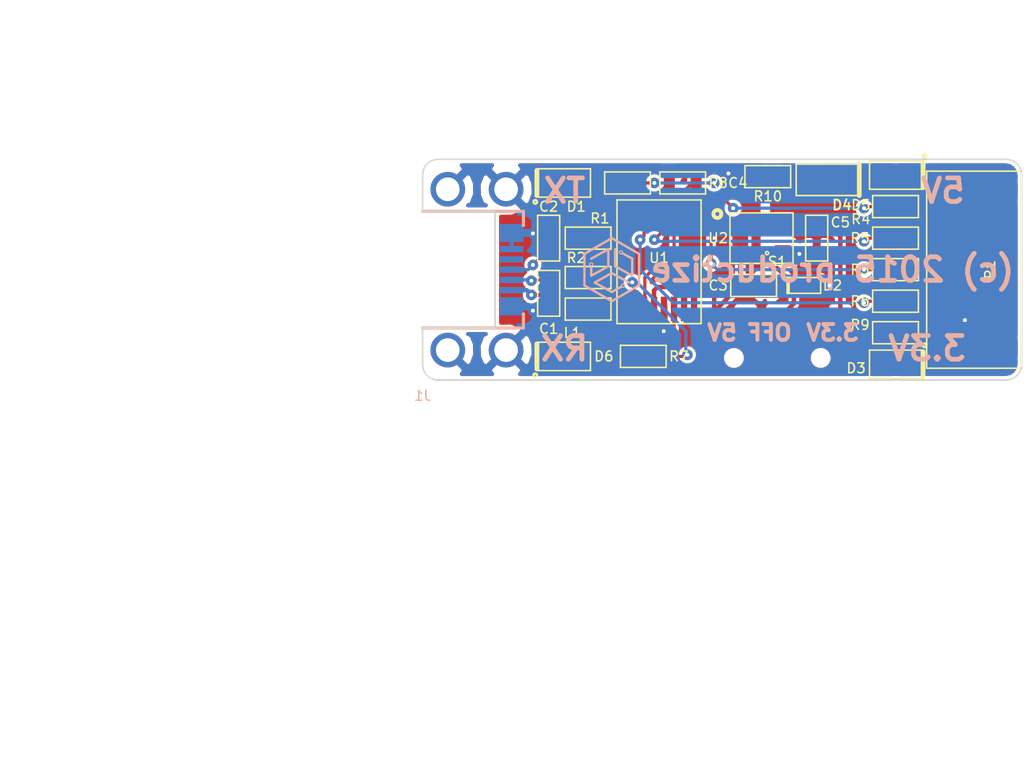
<source format=kicad_pcb>
(kicad_pcb (version 4) (host pcbnew "(2017-01-31 revision 99d7a3579)-4.0")

  (general
    (links 55)
    (no_connects 0)
    (area 156.2 52.3 224.448402 96.800001)
    (thickness 1.6)
    (drawings 24)
    (tracks 193)
    (zones 0)
    (modules 28)
    (nets 30)
  )

  (page A4)
  (layers
    (0 F.Cu signal)
    (31 B.Cu signal)
    (32 B.Adhes user)
    (33 F.Adhes user)
    (34 B.Paste user)
    (35 F.Paste user)
    (36 B.SilkS user)
    (37 F.SilkS user)
    (38 B.Mask user)
    (39 F.Mask user)
    (40 Dwgs.User user)
    (41 Cmts.User user)
    (42 Eco1.User user)
    (43 Eco2.User user)
    (44 Edge.Cuts user)
    (45 Margin user)
    (46 B.CrtYd user)
    (47 F.CrtYd user)
    (48 B.Fab user)
    (49 F.Fab user)
  )

  (setup
    (last_trace_width 0.2032)
    (trace_clearance 0.1524)
    (zone_clearance 0.2032)
    (zone_45_only no)
    (trace_min 0.1524)
    (segment_width 0.2)
    (edge_width 0.1)
    (via_size 0.675)
    (via_drill 0.25)
    (via_min_size 0.625)
    (via_min_drill 0.25)
    (uvia_size 0.508)
    (uvia_drill 0.127)
    (uvias_allowed no)
    (uvia_min_size 0.508)
    (uvia_min_drill 0.127)
    (pcb_text_width 0.3)
    (pcb_text_size 1.5 1.5)
    (mod_edge_width 0.15)
    (mod_text_size 1 1)
    (mod_text_width 0.15)
    (pad_size 2.2 2.2)
    (pad_drill 1.5)
    (pad_to_mask_clearance 0)
    (aux_axis_origin 0 0)
    (visible_elements 7FFFFF3F)
    (pcbplotparams
      (layerselection 0x010f0_80000001)
      (usegerberextensions true)
      (excludeedgelayer false)
      (linewidth 0.100000)
      (plotframeref false)
      (viasonmask false)
      (mode 1)
      (useauxorigin false)
      (hpglpennumber 1)
      (hpglpenspeed 20)
      (hpglpendiameter 15)
      (hpglpenoverlay 2)
      (psnegative false)
      (psa4output false)
      (plotreference true)
      (plotvalue true)
      (plotinvisibletext false)
      (padsonsilk false)
      (subtractmaskfromsilk false)
      (outputformat 1)
      (mirror false)
      (drillshape 0)
      (scaleselection 1)
      (outputdirectory /tmp))
  )

  (net 0 "")
  (net 1 GND)
  (net 2 +5V)
  (net 3 +3V3)
  (net 4 VCC)
  (net 5 +3.3VP)
  (net 6 /D-)
  (net 7 /D+)
  (net 8 /~RXLED2)
  (net 9 /~RXLED)
  (net 10 /~TXLED2)
  (net 11 /~TXLED)
  (net 12 /VBUS)
  (net 13 /~CTS2)
  (net 14 /TXD2)
  (net 15 /RXD2)
  (net 16 /~RTS2)
  (net 17 /USB+)
  (net 18 /USB-)
  (net 19 /TXD)
  (net 20 /~RTS)
  (net 21 /RXD)
  (net 22 /~CTS)
  (net 23 "Net-(D3-Pad1)")
  (net 24 "Net-(D4-Pad1)")
  (net 25 "Net-(D4-Pad2)")
  (net 26 "Net-(J1-Pad4)")
  (net 27 "Net-(S1-Pad2)")
  (net 28 "Net-(U1-Pad15)")
  (net 29 "Net-(U1-Pad16)")

  (net_class Default "This is the default net class."
    (clearance 0.1524)
    (trace_width 0.2032)
    (via_dia 0.675)
    (via_drill 0.25)
    (uvia_dia 0.508)
    (uvia_drill 0.127)
    (add_net +3.3VP)
    (add_net /D+)
    (add_net /D-)
    (add_net /RXD)
    (add_net /RXD2)
    (add_net /TXD)
    (add_net /TXD2)
    (add_net /USB+)
    (add_net /USB-)
    (add_net /~CTS)
    (add_net /~CTS2)
    (add_net /~RTS)
    (add_net /~RTS2)
    (add_net /~RXLED)
    (add_net /~RXLED2)
    (add_net /~TXLED)
    (add_net /~TXLED2)
    (add_net "Net-(D3-Pad1)")
    (add_net "Net-(D4-Pad1)")
    (add_net "Net-(D4-Pad2)")
    (add_net "Net-(J1-Pad4)")
    (add_net "Net-(S1-Pad2)")
    (add_net "Net-(U1-Pad15)")
    (add_net "Net-(U1-Pad16)")
  )

  (net_class 50Ohm ""
    (clearance 0.1524)
    (trace_width 0.5)
    (via_dia 0.675)
    (via_drill 0.25)
    (uvia_dia 0.508)
    (uvia_drill 0.127)
  )

  (net_class High-Power ""
    (clearance 0.1524)
    (trace_width 0.2794)
    (via_dia 0.675)
    (via_drill 0.25)
    (uvia_dia 0.508)
    (uvia_drill 0.127)
    (add_net +3V3)
    (add_net +5V)
    (add_net /VBUS)
    (add_net GND)
    (add_net VCC)
  )

  (net_class Power ""
    (clearance 0.1524)
    (trace_width 0.2032)
    (via_dia 0.675)
    (via_drill 0.25)
    (uvia_dia 0.508)
    (uvia_drill 0.127)
  )

  (net_class pull ""
    (clearance 0.1524)
    (trace_width 0.1524)
    (via_dia 0.675)
    (via_drill 0.25)
    (uvia_dia 0.508)
    (uvia_drill 0.127)
  )

  (module passive:0603_C (layer F.Cu) (tedit 55A0D649) (tstamp 559D5A49)
    (at 191 66.5 270)
    (descr "Generic 0603 footprint made slightly smaller for more densely populated boards used for resistor and capacitor")
    (path /559D6BDC)
    (fp_text reference C1 (at 2.25 0 360) (layer F.SilkS)
      (effects (font (size 0.625 0.625) (thickness 0.1)))
    )
    (fp_text value 47pF (at 0 1.4 270) (layer F.SilkS) hide
      (effects (font (size 0.625 0.625) (thickness 0.1)))
    )
    (fp_line (start -0.35 -0.45) (end 0.35 -0.45) (layer Dwgs.User) (width 0.1))
    (fp_line (start -0.35 0.45) (end 0.35 0.45) (layer Dwgs.User) (width 0.1))
    (fp_poly (pts (xy -0.85 -0.5) (xy -0.85 0.5) (xy -0.35 0.5) (xy -0.35 -0.5)
      (xy -0.85 -0.5)) (layer Dwgs.User) (width 0.15))
    (fp_poly (pts (xy 0.35 -0.5) (xy 0.35 0.5) (xy 0.85 0.5) (xy 0.85 -0.5)
      (xy 0.35 -0.5)) (layer Dwgs.User) (width 0.15))
    (fp_line (start -1.45 0.7) (end 1.45 0.7) (layer F.SilkS) (width 0.1))
    (fp_line (start 1.45 0.7) (end 1.45 -0.7) (layer F.SilkS) (width 0.1))
    (fp_line (start 1.45 -0.7) (end -1.45 -0.7) (layer F.SilkS) (width 0.1))
    (fp_line (start -1.45 -0.7) (end -1.45 0.7) (layer F.SilkS) (width 0.1))
    (pad 1 smd rect (at -0.85 0 270) (size 0.7 1) (layers F.Cu F.Paste F.Mask)
      (net 6 /D-))
    (pad 2 smd rect (at 0.85 0 270) (size 0.7 1) (layers F.Cu F.Paste F.Mask)
      (net 1 GND))
    (model C_0603J.wrl
      (at (xyz 0 0 0))
      (scale (xyz 1 1 1))
      (rotate (xyz 0 0 0))
    )
  )

  (module passive:0603_C (layer F.Cu) (tedit 55A0D4AE) (tstamp 559D5A4F)
    (at 191 63 90)
    (descr "Generic 0603 footprint made slightly smaller for more densely populated boards used for resistor and capacitor")
    (path /559D6C29)
    (fp_text reference C2 (at 2 0 180) (layer F.SilkS)
      (effects (font (size 0.625 0.625) (thickness 0.1)))
    )
    (fp_text value 47pF (at 0 1.4 90) (layer F.SilkS) hide
      (effects (font (size 0.625 0.625) (thickness 0.1)))
    )
    (fp_line (start -0.35 -0.45) (end 0.35 -0.45) (layer Dwgs.User) (width 0.1))
    (fp_line (start -0.35 0.45) (end 0.35 0.45) (layer Dwgs.User) (width 0.1))
    (fp_poly (pts (xy -0.85 -0.5) (xy -0.85 0.5) (xy -0.35 0.5) (xy -0.35 -0.5)
      (xy -0.85 -0.5)) (layer Dwgs.User) (width 0.15))
    (fp_poly (pts (xy 0.35 -0.5) (xy 0.35 0.5) (xy 0.85 0.5) (xy 0.85 -0.5)
      (xy 0.35 -0.5)) (layer Dwgs.User) (width 0.15))
    (fp_line (start -1.45 0.7) (end 1.45 0.7) (layer F.SilkS) (width 0.1))
    (fp_line (start 1.45 0.7) (end 1.45 -0.7) (layer F.SilkS) (width 0.1))
    (fp_line (start 1.45 -0.7) (end -1.45 -0.7) (layer F.SilkS) (width 0.1))
    (fp_line (start -1.45 -0.7) (end -1.45 0.7) (layer F.SilkS) (width 0.1))
    (pad 1 smd rect (at -0.85 0 90) (size 0.7 1) (layers F.Cu F.Paste F.Mask)
      (net 7 /D+))
    (pad 2 smd rect (at 0.85 0 90) (size 0.7 1) (layers F.Cu F.Paste F.Mask)
      (net 1 GND))
    (model C_0603J.wrl
      (at (xyz 0 0 0))
      (scale (xyz 1 1 1))
      (rotate (xyz 0 0 0))
    )
  )

  (module passive:0603_C (layer F.Cu) (tedit 55A0D699) (tstamp 559D5A55)
    (at 204 66)
    (descr "Generic 0603 footprint made slightly smaller for more densely populated boards used for resistor and capacitor")
    (path /559D6FF0)
    (fp_text reference C3 (at -2.25 0) (layer F.SilkS)
      (effects (font (size 0.625 0.625) (thickness 0.1)))
    )
    (fp_text value 4.7uF (at 0 1.4) (layer F.SilkS) hide
      (effects (font (size 0.625 0.625) (thickness 0.1)))
    )
    (fp_line (start -0.35 -0.45) (end 0.35 -0.45) (layer Dwgs.User) (width 0.1))
    (fp_line (start -0.35 0.45) (end 0.35 0.45) (layer Dwgs.User) (width 0.1))
    (fp_poly (pts (xy -0.85 -0.5) (xy -0.85 0.5) (xy -0.35 0.5) (xy -0.35 -0.5)
      (xy -0.85 -0.5)) (layer Dwgs.User) (width 0.15))
    (fp_poly (pts (xy 0.35 -0.5) (xy 0.35 0.5) (xy 0.85 0.5) (xy 0.85 -0.5)
      (xy 0.35 -0.5)) (layer Dwgs.User) (width 0.15))
    (fp_line (start -1.45 0.7) (end 1.45 0.7) (layer F.SilkS) (width 0.1))
    (fp_line (start 1.45 0.7) (end 1.45 -0.7) (layer F.SilkS) (width 0.1))
    (fp_line (start 1.45 -0.7) (end -1.45 -0.7) (layer F.SilkS) (width 0.1))
    (fp_line (start -1.45 -0.7) (end -1.45 0.7) (layer F.SilkS) (width 0.1))
    (pad 1 smd rect (at -0.85 0) (size 0.7 1) (layers F.Cu F.Paste F.Mask)
      (net 2 +5V))
    (pad 2 smd rect (at 0.85 0) (size 0.7 1) (layers F.Cu F.Paste F.Mask)
      (net 1 GND))
    (model C_0603J.wrl
      (at (xyz 0 0 0))
      (scale (xyz 1 1 1))
      (rotate (xyz 0 0 0))
    )
  )

  (module passive:0603_C (layer F.Cu) (tedit 55A0D6DA) (tstamp 559D5A5B)
    (at 208 63 270)
    (descr "Generic 0603 footprint made slightly smaller for more densely populated boards used for resistor and capacitor")
    (path /559D7067)
    (fp_text reference C5 (at -1 -1.5 360) (layer F.SilkS)
      (effects (font (size 0.625 0.625) (thickness 0.1)))
    )
    (fp_text value 4.7uF (at 0 1.4 270) (layer F.SilkS) hide
      (effects (font (size 0.625 0.625) (thickness 0.1)))
    )
    (fp_line (start -0.35 -0.45) (end 0.35 -0.45) (layer Dwgs.User) (width 0.1))
    (fp_line (start -0.35 0.45) (end 0.35 0.45) (layer Dwgs.User) (width 0.1))
    (fp_poly (pts (xy -0.85 -0.5) (xy -0.85 0.5) (xy -0.35 0.5) (xy -0.35 -0.5)
      (xy -0.85 -0.5)) (layer Dwgs.User) (width 0.15))
    (fp_poly (pts (xy 0.35 -0.5) (xy 0.35 0.5) (xy 0.85 0.5) (xy 0.85 -0.5)
      (xy 0.35 -0.5)) (layer Dwgs.User) (width 0.15))
    (fp_line (start -1.45 0.7) (end 1.45 0.7) (layer F.SilkS) (width 0.1))
    (fp_line (start 1.45 0.7) (end 1.45 -0.7) (layer F.SilkS) (width 0.1))
    (fp_line (start 1.45 -0.7) (end -1.45 -0.7) (layer F.SilkS) (width 0.1))
    (fp_line (start -1.45 -0.7) (end -1.45 0.7) (layer F.SilkS) (width 0.1))
    (pad 1 smd rect (at -0.85 0 270) (size 0.7 1) (layers F.Cu F.Paste F.Mask)
      (net 3 +3V3))
    (pad 2 smd rect (at 0.85 0 270) (size 0.7 1) (layers F.Cu F.Paste F.Mask)
      (net 1 GND))
    (model C_0603J.wrl
      (at (xyz 0 0 0))
      (scale (xyz 1 1 1))
      (rotate (xyz 0 0 0))
    )
  )

  (module led:0805_LED (layer F.Cu) (tedit 55A0D67A) (tstamp 559D5A61)
    (at 192 70.5 180)
    (descr "Generic 0805 footprint with LED direction marker")
    (path /559D5F06)
    (fp_text reference D6 (at -2.5 0 180) (layer F.SilkS)
      (effects (font (size 0.625 0.625) (thickness 0.1)))
    )
    (fp_text value LED (at 0 1.5 180) (layer F.SilkS) hide
      (effects (font (size 0.625 0.625) (thickness 0.1)))
    )
    (fp_circle (center 1.85 -1.2) (end 1.9 -1.1) (layer F.SilkS) (width 0.15))
    (fp_line (start -0.35 -0.65) (end 0.35 -0.65) (layer Dwgs.User) (width 0.1))
    (fp_line (start -0.35 0.65) (end 0.35 0.65) (layer Dwgs.User) (width 0.1))
    (fp_poly (pts (xy -1.1 -0.7) (xy -1.1 0.7) (xy -0.35 0.7) (xy -0.35 -0.7)
      (xy -1.1 -0.7)) (layer Dwgs.User) (width 0.15))
    (fp_poly (pts (xy 0.35 -0.7) (xy 0.35 0.7) (xy 1.1 0.7) (xy 1.1 -0.7)
      (xy 0.35 -0.7)) (layer Dwgs.User) (width 0.15))
    (fp_line (start -1.65 0.9) (end 1.65 0.9) (layer F.SilkS) (width 0.1))
    (fp_line (start 1.65 0.9) (end 1.65 -0.9) (layer F.SilkS) (width 0.1))
    (fp_line (start 1.65 -0.9) (end -1.65 -0.9) (layer F.SilkS) (width 0.1))
    (fp_line (start -1.65 -0.9) (end -1.65 0.9) (layer F.SilkS) (width 0.1))
    (fp_line (start 1.75 0.8) (end 1.75 -0.8) (layer F.SilkS) (width 0.3))
    (pad 1 smd rect (at -0.85 0 180) (size 1.3 1.5) (layers F.Cu F.Paste F.Mask)
      (net 8 /~RXLED2))
    (pad 2 smd rect (at 0.85 0 180) (size 1.3 1.5) (layers F.Cu F.Paste F.Mask)
      (net 9 /~RXLED))
    (model led_0805.wrl
      (at (xyz 0 0 0))
      (scale (xyz 1 1 1))
      (rotate (xyz 0 0 0))
    )
  )

  (module led:0805_LED (layer F.Cu) (tedit 55A0D642) (tstamp 559D5A67)
    (at 192 59.5 180)
    (descr "Generic 0805 footprint with LED direction marker")
    (path /559D5F95)
    (fp_text reference D1 (at -0.75 -1.5 180) (layer F.SilkS)
      (effects (font (size 0.625 0.625) (thickness 0.1)))
    )
    (fp_text value LED (at 0 1.5 180) (layer F.SilkS) hide
      (effects (font (size 0.625 0.625) (thickness 0.1)))
    )
    (fp_circle (center 1.85 -1.2) (end 1.9 -1.1) (layer F.SilkS) (width 0.15))
    (fp_line (start -0.35 -0.65) (end 0.35 -0.65) (layer Dwgs.User) (width 0.1))
    (fp_line (start -0.35 0.65) (end 0.35 0.65) (layer Dwgs.User) (width 0.1))
    (fp_poly (pts (xy -1.1 -0.7) (xy -1.1 0.7) (xy -0.35 0.7) (xy -0.35 -0.7)
      (xy -1.1 -0.7)) (layer Dwgs.User) (width 0.15))
    (fp_poly (pts (xy 0.35 -0.7) (xy 0.35 0.7) (xy 1.1 0.7) (xy 1.1 -0.7)
      (xy 0.35 -0.7)) (layer Dwgs.User) (width 0.15))
    (fp_line (start -1.65 0.9) (end 1.65 0.9) (layer F.SilkS) (width 0.1))
    (fp_line (start 1.65 0.9) (end 1.65 -0.9) (layer F.SilkS) (width 0.1))
    (fp_line (start 1.65 -0.9) (end -1.65 -0.9) (layer F.SilkS) (width 0.1))
    (fp_line (start -1.65 -0.9) (end -1.65 0.9) (layer F.SilkS) (width 0.1))
    (fp_line (start 1.75 0.8) (end 1.75 -0.8) (layer F.SilkS) (width 0.3))
    (pad 1 smd rect (at -0.85 0 180) (size 1.3 1.5) (layers F.Cu F.Paste F.Mask)
      (net 10 /~TXLED2))
    (pad 2 smd rect (at 0.85 0 180) (size 1.3 1.5) (layers F.Cu F.Paste F.Mask)
      (net 11 /~TXLED))
    (model led_0805.wrl
      (at (xyz 0 0 0))
      (scale (xyz 1 1 1))
      (rotate (xyz 0 0 0))
    )
  )

  (module discrete:NXP-PESD-SOD523-SC-79 (layer F.Cu) (tedit 55A0D6A5) (tstamp 559D5A6D)
    (at 207.25 66 180)
    (descr "NXP SOD523 package as used in PESD5V0S1UB")
    (path /559D8AD1)
    (fp_text reference D2 (at -1.75 0 180) (layer F.SilkS)
      (effects (font (size 0.625 0.625) (thickness 0.1)))
    )
    (fp_text value TVS (at 0 1.4 180) (layer F.SilkS) hide
      (effects (font (size 0.625 0.625) (thickness 0.1)))
    )
    (fp_poly (pts (xy -0.9 -0.25) (xy -0.9 0.25) (xy -0.5 0.25) (xy -0.5 -0.25)
      (xy -0.9 -0.25)) (layer Dwgs.User) (width 0))
    (fp_poly (pts (xy 0.5 -0.25) (xy 0.5 0.25) (xy 0.9 0.25) (xy 0.9 -0.25)
      (xy 0.5 -0.25)) (layer Dwgs.User) (width 0))
    (fp_line (start -0.625 0.425) (end 0.625 0.425) (layer Dwgs.User) (width 0.1))
    (fp_line (start 0.625 0.425) (end 0.625 -0.425) (layer Dwgs.User) (width 0.1))
    (fp_line (start 0.625 -0.425) (end -0.625 -0.425) (layer Dwgs.User) (width 0.1))
    (fp_line (start -0.625 -0.425) (end -0.625 0.425) (layer Dwgs.User) (width 0.1))
    (fp_line (start -1 0.5) (end 1 0.5) (layer F.SilkS) (width 0.1))
    (fp_line (start 1 0.5) (end 1 -0.5) (layer F.SilkS) (width 0.1))
    (fp_line (start 1 -0.5) (end -1 -0.5) (layer F.SilkS) (width 0.1))
    (fp_line (start -1 -0.5) (end -1 0.5) (layer F.SilkS) (width 0.1))
    (fp_line (start 1.1 0.5) (end 1.1 -0.5) (layer F.SilkS) (width 0.15))
    (pad 1 smd rect (at -0.7 0 180) (size 0.5 0.6) (layers F.Cu F.Paste F.Mask)
      (net 1 GND))
    (pad 2 smd rect (at 0.7 0 180) (size 0.5 0.6) (layers F.Cu F.Paste F.Mask)
      (net 4 VCC))
  )

  (module led:0805_LED (layer F.Cu) (tedit 55A0D6DE) (tstamp 559D5A73)
    (at 213 71)
    (descr "Generic 0805 footprint with LED direction marker")
    (path /559DA0D6)
    (fp_text reference D3 (at -2.5 0.25) (layer F.SilkS)
      (effects (font (size 0.625 0.625) (thickness 0.1)))
    )
    (fp_text value LED (at 0 1.5) (layer F.SilkS) hide
      (effects (font (size 0.625 0.625) (thickness 0.1)))
    )
    (fp_circle (center 1.85 -1.2) (end 1.9 -1.1) (layer F.SilkS) (width 0.15))
    (fp_line (start -0.35 -0.65) (end 0.35 -0.65) (layer Dwgs.User) (width 0.1))
    (fp_line (start -0.35 0.65) (end 0.35 0.65) (layer Dwgs.User) (width 0.1))
    (fp_poly (pts (xy -1.1 -0.7) (xy -1.1 0.7) (xy -0.35 0.7) (xy -0.35 -0.7)
      (xy -1.1 -0.7)) (layer Dwgs.User) (width 0.15))
    (fp_poly (pts (xy 0.35 -0.7) (xy 0.35 0.7) (xy 1.1 0.7) (xy 1.1 -0.7)
      (xy 0.35 -0.7)) (layer Dwgs.User) (width 0.15))
    (fp_line (start -1.65 0.9) (end 1.65 0.9) (layer F.SilkS) (width 0.1))
    (fp_line (start 1.65 0.9) (end 1.65 -0.9) (layer F.SilkS) (width 0.1))
    (fp_line (start 1.65 -0.9) (end -1.65 -0.9) (layer F.SilkS) (width 0.1))
    (fp_line (start -1.65 -0.9) (end -1.65 0.9) (layer F.SilkS) (width 0.1))
    (fp_line (start 1.75 0.8) (end 1.75 -0.8) (layer F.SilkS) (width 0.3))
    (pad 1 smd rect (at -0.85 0) (size 1.3 1.5) (layers F.Cu F.Paste F.Mask)
      (net 23 "Net-(D3-Pad1)"))
    (pad 2 smd rect (at 0.85 0) (size 1.3 1.5) (layers F.Cu F.Paste F.Mask)
      (net 1 GND))
    (model led_0805.wrl
      (at (xyz 0 0 0))
      (scale (xyz 1 1 1))
      (rotate (xyz 0 0 0))
    )
  )

  (module led:0805_LED (layer F.Cu) (tedit 55BA42E5) (tstamp 559D5A7F)
    (at 213 59)
    (descr "Generic 0805 footprint with LED direction marker")
    (path /559DA899)
    (fp_text reference D5 (at -2.2 1.9 180) (layer F.SilkS)
      (effects (font (size 0.625 0.625) (thickness 0.1)))
    )
    (fp_text value LED (at 0 1.5) (layer F.SilkS) hide
      (effects (font (size 0.625 0.625) (thickness 0.1)))
    )
    (fp_circle (center 1.85 -1.2) (end 1.9 -1.1) (layer F.SilkS) (width 0.15))
    (fp_line (start -0.35 -0.65) (end 0.35 -0.65) (layer Dwgs.User) (width 0.1))
    (fp_line (start -0.35 0.65) (end 0.35 0.65) (layer Dwgs.User) (width 0.1))
    (fp_poly (pts (xy -1.1 -0.7) (xy -1.1 0.7) (xy -0.35 0.7) (xy -0.35 -0.7)
      (xy -1.1 -0.7)) (layer Dwgs.User) (width 0.15))
    (fp_poly (pts (xy 0.35 -0.7) (xy 0.35 0.7) (xy 1.1 0.7) (xy 1.1 -0.7)
      (xy 0.35 -0.7)) (layer Dwgs.User) (width 0.15))
    (fp_line (start -1.65 0.9) (end 1.65 0.9) (layer F.SilkS) (width 0.1))
    (fp_line (start 1.65 0.9) (end 1.65 -0.9) (layer F.SilkS) (width 0.1))
    (fp_line (start 1.65 -0.9) (end -1.65 -0.9) (layer F.SilkS) (width 0.1))
    (fp_line (start -1.65 -0.9) (end -1.65 0.9) (layer F.SilkS) (width 0.1))
    (fp_line (start 1.75 0.8) (end 1.75 -0.8) (layer F.SilkS) (width 0.3))
    (pad 1 smd rect (at -0.85 0) (size 1.3 1.5) (layers F.Cu F.Paste F.Mask)
      (net 25 "Net-(D4-Pad2)"))
    (pad 2 smd rect (at 0.85 0) (size 1.3 1.5) (layers F.Cu F.Paste F.Mask)
      (net 1 GND))
    (model led_0805.wrl
      (at (xyz 0 0 0))
      (scale (xyz 1 1 1))
      (rotate (xyz 0 0 0))
    )
  )

  (module conn:USB-MICRO-B-FCI-10103593-0001LF (layer B.Cu) (tedit 559D5A17) (tstamp 559D5A8E)
    (at 183 65)
    (descr "RS 714-2338")
    (path /559D51DB)
    (fp_text reference J1 (at 0 8) (layer B.SilkS)
      (effects (font (size 0.625 0.625) (thickness 0.1)) (justify mirror))
    )
    (fp_text value MICRO-USB-B-alt (at 0.564315 11.9899) (layer B.SilkS) hide
      (effects (font (thickness 0.15)) (justify mirror))
    )
    (fp_line (start 0 -4.7) (end 0 4.7) (layer Dwgs.User) (width 0.2))
    (fp_line (start 0 3.7) (end -0.62 3.7) (layer Dwgs.User) (width 0.2))
    (fp_line (start 0 -3.7) (end -0.62 -3.7) (layer Dwgs.User) (width 0.2))
    (fp_line (start -0.62 -3.7) (end -0.62 3.7) (layer Dwgs.User) (width 0.2))
    (fp_line (start 0 3.7) (end 6.4 3.7) (layer B.SilkS) (width 0.2))
    (fp_line (start 0 -3.7) (end 6.4 -3.7) (layer B.SilkS) (width 0.2))
    (fp_line (start 6.4 3.7) (end 6.4 2.8) (layer B.SilkS) (width 0.2))
    (fp_line (start 6.4 -3.7) (end 6.4 -2.8) (layer B.SilkS) (width 0.2))
    (fp_line (start 4.6 3.7) (end 4.6 -3.7) (layer Dwgs.User) (width 0.2))
    (pad 10 thru_hole circle (at 5.3 -5.1) (size 2.2 2.2) (drill 1.5) (layers *.Cu *.Mask)
      (net 1 GND))
    (pad 11 thru_hole circle (at 5.3 5.1 180) (size 2.2 2.2) (drill 1.5) (layers *.Cu *.Mask)
      (net 1 GND))
    (pad 8 thru_hole circle (at 1.6 -5.1) (size 2.2 2.2) (drill 1.5) (layers *.Cu *.Mask)
      (net 1 GND))
    (pad 9 thru_hole circle (at 1.6 5.1 180) (size 2.2 2.2) (drill 1.5) (layers *.Cu *.Mask)
      (net 1 GND))
    (pad 1 smd rect (at 5.65 1.3) (size 1.5 0.4) (layers B.Cu B.Paste B.Mask)
      (net 12 /VBUS))
    (pad 2 smd rect (at 5.65 0.65) (size 1.5 0.4) (layers B.Cu B.Paste B.Mask)
      (net 6 /D-))
    (pad 3 smd rect (at 5.65 0) (size 1.5 0.4) (layers B.Cu B.Paste B.Mask)
      (net 7 /D+))
    (pad 4 smd rect (at 5.65 -0.65) (size 1.5 0.4) (layers B.Cu B.Paste B.Mask)
      (net 26 "Net-(J1-Pad4)"))
    (pad 5 smd rect (at 5.65 -1.3) (size 1.5 0.4) (layers B.Cu B.Paste B.Mask)
      (net 1 GND))
    (pad 7 smd rect (at 5.65 2.325) (size 1.5 1.15) (layers B.Cu B.Paste B.Mask)
      (net 1 GND))
    (pad 6 smd rect (at 5.65 -2.325) (size 1.5 1.15) (layers B.Cu B.Paste B.Mask)
      (net 1 GND))
  )

  (module passive:0603_L (layer F.Cu) (tedit 55A0D648) (tstamp 559D5A94)
    (at 193.5 67.5)
    (descr "Generic 0603 footprint made slightly smaller for more densely populated boards used for resistor and capacitor")
    (path /559D5323)
    (fp_text reference L1 (at -1 1.5) (layer F.SilkS)
      (effects (font (size 0.625 0.625) (thickness 0.1)))
    )
    (fp_text value FB (at 0 1.4) (layer F.SilkS) hide
      (effects (font (size 0.625 0.625) (thickness 0.1)))
    )
    (fp_line (start -0.35 -0.45) (end 0.35 -0.45) (layer Dwgs.User) (width 0.1))
    (fp_line (start -0.35 0.45) (end 0.35 0.45) (layer Dwgs.User) (width 0.1))
    (fp_poly (pts (xy -0.85 -0.5) (xy -0.85 0.5) (xy -0.35 0.5) (xy -0.35 -0.5)
      (xy -0.85 -0.5)) (layer Dwgs.User) (width 0.15))
    (fp_poly (pts (xy 0.35 -0.5) (xy 0.35 0.5) (xy 0.85 0.5) (xy 0.85 -0.5)
      (xy 0.35 -0.5)) (layer Dwgs.User) (width 0.15))
    (fp_line (start -1.45 0.7) (end 1.45 0.7) (layer F.SilkS) (width 0.1))
    (fp_line (start 1.45 0.7) (end 1.45 -0.7) (layer F.SilkS) (width 0.1))
    (fp_line (start 1.45 -0.7) (end -1.45 -0.7) (layer F.SilkS) (width 0.1))
    (fp_line (start -1.45 -0.7) (end -1.45 0.7) (layer F.SilkS) (width 0.1))
    (pad 1 smd rect (at -0.85 0) (size 0.7 1) (layers F.Cu F.Paste F.Mask)
      (net 12 /VBUS))
    (pad 2 smd rect (at 0.85 0) (size 0.7 1) (layers F.Cu F.Paste F.Mask)
      (net 2 +5V))
    (model C_0603J.wrl
      (at (xyz 0 0 0))
      (scale (xyz 1 1 1))
      (rotate (xyz 0 0 0))
    )
  )

  (module conn:JST-eGH-1.25mm-SMD-top-6 (layer F.Cu) (tedit 55A0D5B6) (tstamp 559D5AAD)
    (at 216 65 90)
    (path /559D4B38)
    (fp_text reference P1 (at 0 3 90) (layer F.SilkS)
      (effects (font (size 0.625 0.625) (thickness 0.1)))
    )
    (fp_text value CONN_01X06 (at 0 7 90) (layer F.SilkS) hide
      (effects (font (thickness 0.15)))
    )
    (fp_line (start -6 4.45) (end 6 4.45) (layer Dwgs.User) (width 0.1))
    (fp_line (start 6 4.45) (end 6 0.2) (layer Dwgs.User) (width 0.1))
    (fp_line (start 6 0.2) (end -6 0.2) (layer Dwgs.User) (width 0.1))
    (fp_line (start -6 0.2) (end -6 4.45) (layer Dwgs.User) (width 0.1))
    (fp_line (start -6.25 4.975) (end 6.25 4.975) (layer F.SilkS) (width 0.1))
    (fp_line (start 6.25 4.975) (end 6.25 -1.025) (layer F.SilkS) (width 0.1))
    (fp_line (start 6.25 -1.025) (end -6.25 -1.025) (layer F.SilkS) (width 0.1))
    (fp_line (start -6.25 -1.025) (end -6.25 4.975) (layer F.SilkS) (width 0.1))
    (pad 1 smd rect (at -3.125 0 90) (size 0.6 1.7) (layers F.Cu F.Paste F.Mask)
      (net 1 GND))
    (pad 2 smd rect (at -1.875 0 90) (size 0.6 1.7) (layers F.Cu F.Paste F.Mask)
      (net 13 /~CTS2))
    (pad 3 smd rect (at -0.625 0 90) (size 0.6 1.7) (layers F.Cu F.Paste F.Mask)
      (net 4 VCC))
    (pad 4 smd rect (at 0.625 0 90) (size 0.6 1.7) (layers F.Cu F.Paste F.Mask)
      (net 14 /TXD2))
    (pad 5 smd rect (at 1.875 0 90) (size 0.6 1.7) (layers F.Cu F.Paste F.Mask)
      (net 15 /RXD2))
    (pad 6 smd rect (at 3.125 0 90) (size 0.6 1.7) (layers F.Cu F.Paste F.Mask)
      (net 16 /~RTS2))
    (pad 7 smd rect (at -4.975 3.35 90) (size 1 2.8) (layers F.Cu F.Paste F.Mask))
    (pad 8 smd rect (at 4.975 3.35 90) (size 1 2.8) (layers F.Cu F.Paste F.Mask))
  )

  (module passive:0603_R (layer F.Cu) (tedit 55A0D644) (tstamp 559D5AB3)
    (at 193.5 63)
    (descr "Generic 0603 footprint made slightly smaller for more densely populated boards used for resistor and capacitor")
    (path /559D54BF)
    (fp_text reference R1 (at 0.75 -1.25) (layer F.SilkS)
      (effects (font (size 0.625 0.625) (thickness 0.1)))
    )
    (fp_text value 27 (at 0 1.4) (layer F.SilkS) hide
      (effects (font (size 0.625 0.625) (thickness 0.1)))
    )
    (fp_line (start -0.35 -0.45) (end 0.35 -0.45) (layer Dwgs.User) (width 0.1))
    (fp_line (start -0.35 0.45) (end 0.35 0.45) (layer Dwgs.User) (width 0.1))
    (fp_poly (pts (xy -0.85 -0.5) (xy -0.85 0.5) (xy -0.35 0.5) (xy -0.35 -0.5)
      (xy -0.85 -0.5)) (layer Dwgs.User) (width 0.15))
    (fp_poly (pts (xy 0.35 -0.5) (xy 0.35 0.5) (xy 0.85 0.5) (xy 0.85 -0.5)
      (xy 0.35 -0.5)) (layer Dwgs.User) (width 0.15))
    (fp_line (start -1.45 0.7) (end 1.45 0.7) (layer F.SilkS) (width 0.1))
    (fp_line (start 1.45 0.7) (end 1.45 -0.7) (layer F.SilkS) (width 0.1))
    (fp_line (start 1.45 -0.7) (end -1.45 -0.7) (layer F.SilkS) (width 0.1))
    (fp_line (start -1.45 -0.7) (end -1.45 0.7) (layer F.SilkS) (width 0.1))
    (pad 1 smd rect (at -0.85 0) (size 0.7 1) (layers F.Cu F.Paste F.Mask)
      (net 7 /D+))
    (pad 2 smd rect (at 0.85 0) (size 0.7 1) (layers F.Cu F.Paste F.Mask)
      (net 17 /USB+))
    (model R_0603.wrl
      (at (xyz 0 0 0))
      (scale (xyz 1 1 1))
      (rotate (xyz 0 0 0))
    )
  )

  (module passive:0603_R (layer F.Cu) (tedit 55A0D646) (tstamp 559D5AB9)
    (at 193.5 65.5)
    (descr "Generic 0603 footprint made slightly smaller for more densely populated boards used for resistor and capacitor")
    (path /559D546F)
    (fp_text reference R2 (at -0.75 -1.25) (layer F.SilkS)
      (effects (font (size 0.625 0.625) (thickness 0.1)))
    )
    (fp_text value 27 (at 0 1.4) (layer F.SilkS) hide
      (effects (font (size 0.625 0.625) (thickness 0.1)))
    )
    (fp_line (start -0.35 -0.45) (end 0.35 -0.45) (layer Dwgs.User) (width 0.1))
    (fp_line (start -0.35 0.45) (end 0.35 0.45) (layer Dwgs.User) (width 0.1))
    (fp_poly (pts (xy -0.85 -0.5) (xy -0.85 0.5) (xy -0.35 0.5) (xy -0.35 -0.5)
      (xy -0.85 -0.5)) (layer Dwgs.User) (width 0.15))
    (fp_poly (pts (xy 0.35 -0.5) (xy 0.35 0.5) (xy 0.85 0.5) (xy 0.85 -0.5)
      (xy 0.35 -0.5)) (layer Dwgs.User) (width 0.15))
    (fp_line (start -1.45 0.7) (end 1.45 0.7) (layer F.SilkS) (width 0.1))
    (fp_line (start 1.45 0.7) (end 1.45 -0.7) (layer F.SilkS) (width 0.1))
    (fp_line (start 1.45 -0.7) (end -1.45 -0.7) (layer F.SilkS) (width 0.1))
    (fp_line (start -1.45 -0.7) (end -1.45 0.7) (layer F.SilkS) (width 0.1))
    (pad 1 smd rect (at -0.85 0) (size 0.7 1) (layers F.Cu F.Paste F.Mask)
      (net 6 /D-))
    (pad 2 smd rect (at 0.85 0) (size 0.7 1) (layers F.Cu F.Paste F.Mask)
      (net 18 /USB-))
    (model R_0603.wrl
      (at (xyz 0 0 0))
      (scale (xyz 1 1 1))
      (rotate (xyz 0 0 0))
    )
  )

  (module passive:0603_R (layer F.Cu) (tedit 55A0D6B3) (tstamp 559D5ABF)
    (at 213 65)
    (descr "Generic 0603 footprint made slightly smaller for more densely populated boards used for resistor and capacitor")
    (path /559D6285)
    (fp_text reference R3 (at -2.25 0 180) (layer F.SilkS)
      (effects (font (size 0.625 0.625) (thickness 0.1)))
    )
    (fp_text value 27 (at 0 1.4) (layer F.SilkS) hide
      (effects (font (size 0.625 0.625) (thickness 0.1)))
    )
    (fp_line (start -0.35 -0.45) (end 0.35 -0.45) (layer Dwgs.User) (width 0.1))
    (fp_line (start -0.35 0.45) (end 0.35 0.45) (layer Dwgs.User) (width 0.1))
    (fp_poly (pts (xy -0.85 -0.5) (xy -0.85 0.5) (xy -0.35 0.5) (xy -0.35 -0.5)
      (xy -0.85 -0.5)) (layer Dwgs.User) (width 0.15))
    (fp_poly (pts (xy 0.35 -0.5) (xy 0.35 0.5) (xy 0.85 0.5) (xy 0.85 -0.5)
      (xy 0.35 -0.5)) (layer Dwgs.User) (width 0.15))
    (fp_line (start -1.45 0.7) (end 1.45 0.7) (layer F.SilkS) (width 0.1))
    (fp_line (start 1.45 0.7) (end 1.45 -0.7) (layer F.SilkS) (width 0.1))
    (fp_line (start 1.45 -0.7) (end -1.45 -0.7) (layer F.SilkS) (width 0.1))
    (fp_line (start -1.45 -0.7) (end -1.45 0.7) (layer F.SilkS) (width 0.1))
    (pad 1 smd rect (at -0.85 0) (size 0.7 1) (layers F.Cu F.Paste F.Mask)
      (net 19 /TXD))
    (pad 2 smd rect (at 0.85 0) (size 0.7 1) (layers F.Cu F.Paste F.Mask)
      (net 14 /TXD2))
    (model R_0603.wrl
      (at (xyz 0 0 0))
      (scale (xyz 1 1 1))
      (rotate (xyz 0 0 0))
    )
  )

  (module passive:0603_R (layer F.Cu) (tedit 55BA42E9) (tstamp 559D5AC5)
    (at 213 61)
    (descr "Generic 0603 footprint made slightly smaller for more densely populated boards used for resistor and capacitor")
    (path /559D630B)
    (fp_text reference R4 (at -2.2 0.8 180) (layer F.SilkS)
      (effects (font (size 0.625 0.625) (thickness 0.1)))
    )
    (fp_text value 27 (at 0 1.4) (layer F.SilkS) hide
      (effects (font (size 0.625 0.625) (thickness 0.1)))
    )
    (fp_line (start -0.35 -0.45) (end 0.35 -0.45) (layer Dwgs.User) (width 0.1))
    (fp_line (start -0.35 0.45) (end 0.35 0.45) (layer Dwgs.User) (width 0.1))
    (fp_poly (pts (xy -0.85 -0.5) (xy -0.85 0.5) (xy -0.35 0.5) (xy -0.35 -0.5)
      (xy -0.85 -0.5)) (layer Dwgs.User) (width 0.15))
    (fp_poly (pts (xy 0.35 -0.5) (xy 0.35 0.5) (xy 0.85 0.5) (xy 0.85 -0.5)
      (xy 0.35 -0.5)) (layer Dwgs.User) (width 0.15))
    (fp_line (start -1.45 0.7) (end 1.45 0.7) (layer F.SilkS) (width 0.1))
    (fp_line (start 1.45 0.7) (end 1.45 -0.7) (layer F.SilkS) (width 0.1))
    (fp_line (start 1.45 -0.7) (end -1.45 -0.7) (layer F.SilkS) (width 0.1))
    (fp_line (start -1.45 -0.7) (end -1.45 0.7) (layer F.SilkS) (width 0.1))
    (pad 1 smd rect (at -0.85 0) (size 0.7 1) (layers F.Cu F.Paste F.Mask)
      (net 20 /~RTS))
    (pad 2 smd rect (at 0.85 0) (size 0.7 1) (layers F.Cu F.Paste F.Mask)
      (net 16 /~RTS2))
    (model R_0603.wrl
      (at (xyz 0 0 0))
      (scale (xyz 1 1 1))
      (rotate (xyz 0 0 0))
    )
  )

  (module passive:0603_R (layer F.Cu) (tedit 55A0D6B1) (tstamp 559D5ACB)
    (at 213 63)
    (descr "Generic 0603 footprint made slightly smaller for more densely populated boards used for resistor and capacitor")
    (path /559D62DD)
    (fp_text reference R5 (at -2.25 0 180) (layer F.SilkS)
      (effects (font (size 0.625 0.625) (thickness 0.1)))
    )
    (fp_text value 27 (at 0 1.4) (layer F.SilkS) hide
      (effects (font (size 0.625 0.625) (thickness 0.1)))
    )
    (fp_line (start -0.35 -0.45) (end 0.35 -0.45) (layer Dwgs.User) (width 0.1))
    (fp_line (start -0.35 0.45) (end 0.35 0.45) (layer Dwgs.User) (width 0.1))
    (fp_poly (pts (xy -0.85 -0.5) (xy -0.85 0.5) (xy -0.35 0.5) (xy -0.35 -0.5)
      (xy -0.85 -0.5)) (layer Dwgs.User) (width 0.15))
    (fp_poly (pts (xy 0.35 -0.5) (xy 0.35 0.5) (xy 0.85 0.5) (xy 0.85 -0.5)
      (xy 0.35 -0.5)) (layer Dwgs.User) (width 0.15))
    (fp_line (start -1.45 0.7) (end 1.45 0.7) (layer F.SilkS) (width 0.1))
    (fp_line (start 1.45 0.7) (end 1.45 -0.7) (layer F.SilkS) (width 0.1))
    (fp_line (start 1.45 -0.7) (end -1.45 -0.7) (layer F.SilkS) (width 0.1))
    (fp_line (start -1.45 -0.7) (end -1.45 0.7) (layer F.SilkS) (width 0.1))
    (pad 1 smd rect (at -0.85 0) (size 0.7 1) (layers F.Cu F.Paste F.Mask)
      (net 21 /RXD))
    (pad 2 smd rect (at 0.85 0) (size 0.7 1) (layers F.Cu F.Paste F.Mask)
      (net 15 /RXD2))
    (model R_0603.wrl
      (at (xyz 0 0 0))
      (scale (xyz 1 1 1))
      (rotate (xyz 0 0 0))
    )
  )

  (module passive:0603_R (layer F.Cu) (tedit 55A0D6B6) (tstamp 559D5AD1)
    (at 213 67)
    (descr "Generic 0603 footprint made slightly smaller for more densely populated boards used for resistor and capacitor")
    (path /559D6343)
    (fp_text reference R6 (at -2.25 0 180) (layer F.SilkS)
      (effects (font (size 0.625 0.625) (thickness 0.1)))
    )
    (fp_text value 27 (at 0 1.4) (layer F.SilkS) hide
      (effects (font (size 0.625 0.625) (thickness 0.1)))
    )
    (fp_line (start -0.35 -0.45) (end 0.35 -0.45) (layer Dwgs.User) (width 0.1))
    (fp_line (start -0.35 0.45) (end 0.35 0.45) (layer Dwgs.User) (width 0.1))
    (fp_poly (pts (xy -0.85 -0.5) (xy -0.85 0.5) (xy -0.35 0.5) (xy -0.35 -0.5)
      (xy -0.85 -0.5)) (layer Dwgs.User) (width 0.15))
    (fp_poly (pts (xy 0.35 -0.5) (xy 0.35 0.5) (xy 0.85 0.5) (xy 0.85 -0.5)
      (xy 0.35 -0.5)) (layer Dwgs.User) (width 0.15))
    (fp_line (start -1.45 0.7) (end 1.45 0.7) (layer F.SilkS) (width 0.1))
    (fp_line (start 1.45 0.7) (end 1.45 -0.7) (layer F.SilkS) (width 0.1))
    (fp_line (start 1.45 -0.7) (end -1.45 -0.7) (layer F.SilkS) (width 0.1))
    (fp_line (start -1.45 -0.7) (end -1.45 0.7) (layer F.SilkS) (width 0.1))
    (pad 1 smd rect (at -0.85 0) (size 0.7 1) (layers F.Cu F.Paste F.Mask)
      (net 22 /~CTS))
    (pad 2 smd rect (at 0.85 0) (size 0.7 1) (layers F.Cu F.Paste F.Mask)
      (net 13 /~CTS2))
    (model R_0603.wrl
      (at (xyz 0 0 0))
      (scale (xyz 1 1 1))
      (rotate (xyz 0 0 0))
    )
  )

  (module passive:0603_R (layer F.Cu) (tedit 55A0D67E) (tstamp 559D5AD7)
    (at 197 70.5)
    (descr "Generic 0603 footprint made slightly smaller for more densely populated boards used for resistor and capacitor")
    (path /559D5FBD)
    (fp_text reference R7 (at 2.25 0) (layer F.SilkS)
      (effects (font (size 0.625 0.625) (thickness 0.1)))
    )
    (fp_text value 1k (at 0 1.4) (layer F.SilkS) hide
      (effects (font (size 0.625 0.625) (thickness 0.1)))
    )
    (fp_line (start -0.35 -0.45) (end 0.35 -0.45) (layer Dwgs.User) (width 0.1))
    (fp_line (start -0.35 0.45) (end 0.35 0.45) (layer Dwgs.User) (width 0.1))
    (fp_poly (pts (xy -0.85 -0.5) (xy -0.85 0.5) (xy -0.35 0.5) (xy -0.35 -0.5)
      (xy -0.85 -0.5)) (layer Dwgs.User) (width 0.15))
    (fp_poly (pts (xy 0.35 -0.5) (xy 0.35 0.5) (xy 0.85 0.5) (xy 0.85 -0.5)
      (xy 0.35 -0.5)) (layer Dwgs.User) (width 0.15))
    (fp_line (start -1.45 0.7) (end 1.45 0.7) (layer F.SilkS) (width 0.1))
    (fp_line (start 1.45 0.7) (end 1.45 -0.7) (layer F.SilkS) (width 0.1))
    (fp_line (start 1.45 -0.7) (end -1.45 -0.7) (layer F.SilkS) (width 0.1))
    (fp_line (start -1.45 -0.7) (end -1.45 0.7) (layer F.SilkS) (width 0.1))
    (pad 1 smd rect (at -0.85 0) (size 0.7 1) (layers F.Cu F.Paste F.Mask)
      (net 8 /~RXLED2))
    (pad 2 smd rect (at 0.85 0) (size 0.7 1) (layers F.Cu F.Paste F.Mask)
      (net 5 +3.3VP))
    (model R_0603.wrl
      (at (xyz 0 0 0))
      (scale (xyz 1 1 1))
      (rotate (xyz 0 0 0))
    )
  )

  (module passive:0603_R (layer F.Cu) (tedit 55B60C44) (tstamp 559D5ADD)
    (at 196 59.5)
    (descr "Generic 0603 footprint made slightly smaller for more densely populated boards used for resistor and capacitor")
    (path /559D6037)
    (fp_text reference R8 (at 5.75 0) (layer F.SilkS)
      (effects (font (size 0.625 0.625) (thickness 0.1)))
    )
    (fp_text value 1k (at 0 1.4) (layer F.SilkS) hide
      (effects (font (size 0.625 0.625) (thickness 0.1)))
    )
    (fp_line (start -0.35 -0.45) (end 0.35 -0.45) (layer Dwgs.User) (width 0.1))
    (fp_line (start -0.35 0.45) (end 0.35 0.45) (layer Dwgs.User) (width 0.1))
    (fp_poly (pts (xy -0.85 -0.5) (xy -0.85 0.5) (xy -0.35 0.5) (xy -0.35 -0.5)
      (xy -0.85 -0.5)) (layer Dwgs.User) (width 0.15))
    (fp_poly (pts (xy 0.35 -0.5) (xy 0.35 0.5) (xy 0.85 0.5) (xy 0.85 -0.5)
      (xy 0.35 -0.5)) (layer Dwgs.User) (width 0.15))
    (fp_line (start -1.45 0.7) (end 1.45 0.7) (layer F.SilkS) (width 0.1))
    (fp_line (start 1.45 0.7) (end 1.45 -0.7) (layer F.SilkS) (width 0.1))
    (fp_line (start 1.45 -0.7) (end -1.45 -0.7) (layer F.SilkS) (width 0.1))
    (fp_line (start -1.45 -0.7) (end -1.45 0.7) (layer F.SilkS) (width 0.1))
    (pad 1 smd rect (at -0.85 0) (size 0.7 1) (layers F.Cu F.Paste F.Mask)
      (net 10 /~TXLED2))
    (pad 2 smd rect (at 0.85 0) (size 0.7 1) (layers F.Cu F.Paste F.Mask)
      (net 5 +3.3VP))
    (model R_0603.wrl
      (at (xyz 0 0 0))
      (scale (xyz 1 1 1))
      (rotate (xyz 0 0 0))
    )
  )

  (module passive:0603_R (layer F.Cu) (tedit 55A0D6D2) (tstamp 559D5AE3)
    (at 213 69)
    (descr "Generic 0603 footprint made slightly smaller for more densely populated boards used for resistor and capacitor")
    (path /559DAA74)
    (fp_text reference R9 (at -2.25 -0.5) (layer F.SilkS)
      (effects (font (size 0.625 0.625) (thickness 0.1)))
    )
    (fp_text value 1k (at 0 1.4) (layer F.SilkS) hide
      (effects (font (size 0.625 0.625) (thickness 0.1)))
    )
    (fp_line (start -0.35 -0.45) (end 0.35 -0.45) (layer Dwgs.User) (width 0.1))
    (fp_line (start -0.35 0.45) (end 0.35 0.45) (layer Dwgs.User) (width 0.1))
    (fp_poly (pts (xy -0.85 -0.5) (xy -0.85 0.5) (xy -0.35 0.5) (xy -0.35 -0.5)
      (xy -0.85 -0.5)) (layer Dwgs.User) (width 0.15))
    (fp_poly (pts (xy 0.35 -0.5) (xy 0.35 0.5) (xy 0.85 0.5) (xy 0.85 -0.5)
      (xy 0.35 -0.5)) (layer Dwgs.User) (width 0.15))
    (fp_line (start -1.45 0.7) (end 1.45 0.7) (layer F.SilkS) (width 0.1))
    (fp_line (start 1.45 0.7) (end 1.45 -0.7) (layer F.SilkS) (width 0.1))
    (fp_line (start 1.45 -0.7) (end -1.45 -0.7) (layer F.SilkS) (width 0.1))
    (fp_line (start -1.45 -0.7) (end -1.45 0.7) (layer F.SilkS) (width 0.1))
    (pad 1 smd rect (at -0.85 0) (size 0.7 1) (layers F.Cu F.Paste F.Mask)
      (net 4 VCC))
    (pad 2 smd rect (at 0.85 0) (size 0.7 1) (layers F.Cu F.Paste F.Mask)
      (net 23 "Net-(D3-Pad1)"))
    (model R_0603.wrl
      (at (xyz 0 0 0))
      (scale (xyz 1 1 1))
      (rotate (xyz 0 0 0))
    )
  )

  (module passive:0603_R (layer F.Cu) (tedit 55A0D582) (tstamp 559D5AE9)
    (at 204.9 59.1)
    (descr "Generic 0603 footprint made slightly smaller for more densely populated boards used for resistor and capacitor")
    (path /559DA465)
    (fp_text reference R10 (at 0 1.25) (layer F.SilkS)
      (effects (font (size 0.625 0.625) (thickness 0.1)))
    )
    (fp_text value 1k (at 0 1.4) (layer F.SilkS) hide
      (effects (font (size 0.625 0.625) (thickness 0.1)))
    )
    (fp_line (start -0.35 -0.45) (end 0.35 -0.45) (layer Dwgs.User) (width 0.1))
    (fp_line (start -0.35 0.45) (end 0.35 0.45) (layer Dwgs.User) (width 0.1))
    (fp_poly (pts (xy -0.85 -0.5) (xy -0.85 0.5) (xy -0.35 0.5) (xy -0.35 -0.5)
      (xy -0.85 -0.5)) (layer Dwgs.User) (width 0.15))
    (fp_poly (pts (xy 0.35 -0.5) (xy 0.35 0.5) (xy 0.85 0.5) (xy 0.85 -0.5)
      (xy 0.35 -0.5)) (layer Dwgs.User) (width 0.15))
    (fp_line (start -1.45 0.7) (end 1.45 0.7) (layer F.SilkS) (width 0.1))
    (fp_line (start 1.45 0.7) (end 1.45 -0.7) (layer F.SilkS) (width 0.1))
    (fp_line (start 1.45 -0.7) (end -1.45 -0.7) (layer F.SilkS) (width 0.1))
    (fp_line (start -1.45 -0.7) (end -1.45 0.7) (layer F.SilkS) (width 0.1))
    (pad 1 smd rect (at -0.85 0) (size 0.7 1) (layers F.Cu F.Paste F.Mask)
      (net 4 VCC))
    (pad 2 smd rect (at 0.85 0) (size 0.7 1) (layers F.Cu F.Paste F.Mask)
      (net 24 "Net-(D4-Pad1)"))
    (model R_0603.wrl
      (at (xyz 0 0 0))
      (scale (xyz 1 1 1))
      (rotate (xyz 0 0 0))
    )
  )

  (module ic_generic:SOT-23A_larger_pads (layer F.Cu) (tedit 55A0D68F) (tstamp 559D5B04)
    (at 204.5 63 90)
    (descr "generic SOT-23A footprint larger pads for easuer soldering and better thermal connection")
    (path /559D65D1)
    (fp_text reference U2 (at 0 -2.75 180) (layer F.SilkS)
      (effects (font (size 0.625 0.625) (thickness 0.1)))
    )
    (fp_text value MCP1703-alt (at 0 2.6 90) (layer F.SilkS) hide
      (effects (font (size 0.625 0.625) (thickness 0.1)))
    )
    (fp_line (start -1.5 0.9) (end 1.5 0.9) (layer Dwgs.User) (width 0.1))
    (fp_line (start 1.5 0.9) (end 1.5 -0.9) (layer Dwgs.User) (width 0.1))
    (fp_line (start 1.5 -0.9) (end -1.5 -0.9) (layer Dwgs.User) (width 0.1))
    (fp_line (start -1.5 -0.9) (end -1.5 0.9) (layer Dwgs.User) (width 0.1))
    (fp_line (start -1.6 2) (end 1.6 2) (layer F.SilkS) (width 0.1))
    (fp_line (start 1.6 2) (end 1.6 -2) (layer F.SilkS) (width 0.1))
    (fp_line (start 1.6 -2) (end -1.6 -2) (layer F.SilkS) (width 0.1))
    (fp_line (start -1.6 -2) (end -1.6 2) (layer F.SilkS) (width 0.1))
    (fp_poly (pts (xy -0.25 -1.65) (xy -0.25 -0.85) (xy 0.25 -0.85) (xy 0.25 -1.65)
      (xy -0.25 -1.65)) (layer Dwgs.User) (width 0.15))
    (fp_poly (pts (xy -1.2 0.85) (xy -1.2 1.65) (xy -0.7 1.65) (xy -0.7 0.85)
      (xy -1.2 0.85)) (layer Dwgs.User) (width 0.15))
    (fp_poly (pts (xy 0.7 0.85) (xy 0.7 1.65) (xy 1.2 1.65) (xy 1.2 0.85)
      (xy 0.7 0.85)) (layer Dwgs.User) (width 0.15))
    (fp_circle (center -0.95 0.35) (end -0.879289 0.420711) (layer F.SilkS) (width 0.1))
    (pad 1 smd rect (at -0.95 1.35 90) (size 1 1) (layers F.Cu F.Paste F.Mask)
      (net 1 GND))
    (pad 2 smd rect (at 0.95 1.35 90) (size 1 1) (layers F.Cu F.Paste F.Mask)
      (net 3 +3V3) (solder_paste_margin -0.3))
    (pad 3 smd rect (at 0 -1.35 90) (size 1 1) (layers F.Cu F.Paste F.Mask)
      (net 2 +5V) (thermal_gap 0.5))
    (model SOT23_3.wrl
      (at (xyz 0 0 0))
      (scale (xyz 1 1 1))
      (rotate (xyz 0 0 0))
    )
  )

  (module ic_other:FTDI-FT230X-SSOP16 (layer F.Cu) (tedit 55A0D559) (tstamp 559EAEE7)
    (at 198 64.5 270)
    (descr "according to FT231X document")
    (path /559D526A)
    (fp_text reference U1 (at -0.25 0 360) (layer F.SilkS)
      (effects (font (size 0.625 0.625) (thickness 0.1)))
    )
    (fp_text value FTDI-FT230X (at 0 5.18 270) (layer F.SilkS) hide
      (effects (font (size 0.625 0.625) (thickness 0.1)))
    )
    (fp_circle (center -3.031325 -3.7) (end -2.854548 -3.523223) (layer F.SilkS) (width 0.25))
    (fp_line (start -1.9558 2.4511) (end 1.9558 2.4511) (layer Dwgs.User) (width 0.1))
    (fp_line (start 1.9558 2.4511) (end 1.9558 -2.4511) (layer Dwgs.User) (width 0.1))
    (fp_line (start 1.9558 -2.4511) (end -1.9558 -2.4511) (layer Dwgs.User) (width 0.1))
    (fp_line (start -1.9558 -2.4511) (end -1.9558 2.4511) (layer Dwgs.User) (width 0.1))
    (fp_line (start -3.9226 2.667) (end 3.9226 2.667) (layer F.SilkS) (width 0.1))
    (fp_line (start 3.9226 2.667) (end 3.9226 -2.667) (layer F.SilkS) (width 0.1))
    (fp_line (start 3.9226 -2.667) (end -3.9226 -2.667) (layer F.SilkS) (width 0.1))
    (fp_line (start -3.9226 -2.667) (end -3.9226 2.667) (layer F.SilkS) (width 0.1))
    (pad 1 smd rect (at -2.996325 -2.2225 90) (size 1.5621 0.4048) (layers F.Cu F.Paste F.Mask)
      (net 19 /TXD))
    (pad 2 smd rect (at -2.996325 -1.5875 90) (size 1.5621 0.4048) (layers F.Cu F.Paste F.Mask)
      (net 20 /~RTS))
    (pad 3 smd rect (at -2.996325 -0.9525 90) (size 1.5621 0.4048) (layers F.Cu F.Paste F.Mask)
      (net 5 +3.3VP))
    (pad 4 smd rect (at -2.996325 -0.3175 90) (size 1.5621 0.4048) (layers F.Cu F.Paste F.Mask)
      (net 21 /RXD))
    (pad 5 smd rect (at -2.996325 0.3175 90) (size 1.5621 0.4048) (layers F.Cu F.Paste F.Mask)
      (net 1 GND))
    (pad 6 smd rect (at -2.996325 0.9525 90) (size 1.5621 0.4048) (layers F.Cu F.Paste F.Mask)
      (net 22 /~CTS))
    (pad 7 smd rect (at -2.996325 1.5875 90) (size 1.5621 0.4048) (layers F.Cu F.Paste F.Mask)
      (net 11 /~TXLED))
    (pad 8 smd rect (at -2.996325 2.2225 90) (size 1.5621 0.4048) (layers F.Cu F.Paste F.Mask)
      (net 17 /USB+))
    (pad 9 smd rect (at 2.996325 2.2225 270) (size 1.5621 0.4048) (layers F.Cu F.Paste F.Mask)
      (net 18 /USB-))
    (pad 10 smd rect (at 2.996325 1.5875 270) (size 1.5621 0.4048) (layers F.Cu F.Paste F.Mask)
      (net 5 +3.3VP))
    (pad 11 smd rect (at 2.996325 0.9525 270) (size 1.5621 0.4048) (layers F.Cu F.Paste F.Mask)
      (net 5 +3.3VP))
    (pad 12 smd rect (at 2.996325 0.3175 270) (size 1.5621 0.4048) (layers F.Cu F.Paste F.Mask)
      (net 2 +5V))
    (pad 13 smd rect (at 2.996325 -0.3175 270) (size 1.5621 0.4048) (layers F.Cu F.Paste F.Mask)
      (net 1 GND))
    (pad 14 smd rect (at 2.996325 -0.9525 270) (size 1.5621 0.4048) (layers F.Cu F.Paste F.Mask)
      (net 9 /~RXLED))
    (pad 15 smd rect (at 2.996325 -1.5875 270) (size 1.5621 0.4048) (layers F.Cu F.Paste F.Mask)
      (net 28 "Net-(U1-Pad15)"))
    (pad 16 smd rect (at 2.996325 -2.2225 270) (size 1.5621 0.4048) (layers F.Cu F.Paste F.Mask)
      (net 29 "Net-(U1-Pad16)"))
  )

  (module passive:0603_C (layer F.Cu) (tedit 55B60C45) (tstamp 559EB425)
    (at 199.5 59.5 180)
    (descr "Generic 0603 footprint made slightly smaller for more densely populated boards used for resistor and capacitor")
    (path /559E757F)
    (fp_text reference C4 (at -3.5 0 180) (layer F.SilkS)
      (effects (font (size 0.625 0.625) (thickness 0.1)))
    )
    (fp_text value 100nF (at 0 1.4 180) (layer F.SilkS) hide
      (effects (font (size 0.625 0.625) (thickness 0.1)))
    )
    (fp_line (start -0.35 -0.45) (end 0.35 -0.45) (layer Dwgs.User) (width 0.1))
    (fp_line (start -0.35 0.45) (end 0.35 0.45) (layer Dwgs.User) (width 0.1))
    (fp_poly (pts (xy -0.85 -0.5) (xy -0.85 0.5) (xy -0.35 0.5) (xy -0.35 -0.5)
      (xy -0.85 -0.5)) (layer Dwgs.User) (width 0.15))
    (fp_poly (pts (xy 0.35 -0.5) (xy 0.35 0.5) (xy 0.85 0.5) (xy 0.85 -0.5)
      (xy 0.35 -0.5)) (layer Dwgs.User) (width 0.15))
    (fp_line (start -1.45 0.7) (end 1.45 0.7) (layer F.SilkS) (width 0.1))
    (fp_line (start 1.45 0.7) (end 1.45 -0.7) (layer F.SilkS) (width 0.1))
    (fp_line (start 1.45 -0.7) (end -1.45 -0.7) (layer F.SilkS) (width 0.1))
    (fp_line (start -1.45 -0.7) (end -1.45 0.7) (layer F.SilkS) (width 0.1))
    (pad 1 smd rect (at -0.85 0 180) (size 0.7 1) (layers F.Cu F.Paste F.Mask)
      (net 5 +3.3VP))
    (pad 2 smd rect (at 0.85 0 180) (size 0.7 1) (layers F.Cu F.Paste F.Mask)
      (net 1 GND))
    (model C_0603J.wrl
      (at (xyz 0 0 0))
      (scale (xyz 1 1 1))
      (rotate (xyz 0 0 0))
    )
  )

  (module logo:productize-logo_2 (layer B.Cu) (tedit 0) (tstamp 55A15EA9)
    (at 195 65)
    (fp_text reference "" (at 0 0) (layer B.SilkS)
      (effects (font (thickness 0.15)) (justify mirror))
    )
    (fp_text value "" (at 0 0) (layer B.SilkS)
      (effects (font (thickness 0.15)) (justify mirror))
    )
    (fp_line (start 1.732051 -1) (end 1.732051 1) (layer B.SilkS) (width 0.15))
    (fp_line (start -1.732051 -1) (end -1.732051 1) (layer B.SilkS) (width 0.15))
    (fp_line (start 0 2) (end 1.732051 1) (layer B.SilkS) (width 0.15))
    (fp_line (start 0 -2) (end 1.732051 -1) (layer B.SilkS) (width 0.15))
    (fp_line (start 0 2) (end -1.732051 1) (layer B.SilkS) (width 0.15))
    (fp_line (start 0 -2) (end -1.732051 -1) (layer B.SilkS) (width 0.15))
    (fp_line (start 1.299038 0.382733) (end 1.299038 -0.699799) (layer B.SilkS) (width 0.15))
    (fp_line (start 0.216506 -0.216506) (end 1.299038 0.382733) (layer B.SilkS) (width 0.15))
    (fp_line (start 0.216506 -0.216506) (end 0.216506 -1.299038) (layer B.SilkS) (width 0.15))
    (fp_line (start 1.299038 -0.699799) (end 0.712667 -1.024387) (layer B.SilkS) (width 0.15))
    (fp_line (start 0 0.216506) (end 1.082532 0.815745) (layer B.SilkS) (width 0.15))
    (fp_line (start 0 0.216506) (end -1.082532 0.815745) (layer B.SilkS) (width 0.15))
    (fp_line (start 0 1.414985) (end 0.586371 1.090397) (layer B.SilkS) (width 0.15))
    (fp_line (start 0 1.414985) (end -1.082532 0.815745) (layer B.SilkS) (width 0.15))
    (fp_line (start -1.299038 0.382733) (end -1.299038 -0.203639) (layer B.SilkS) (width 0.15))
    (fp_line (start -0.216506 -0.216506) (end -1.299038 0.382733) (layer B.SilkS) (width 0.15))
    (fp_line (start -0.216506 -0.216506) (end -0.216506 -1.299038) (layer B.SilkS) (width 0.15))
    (fp_line (start -1.299038 -0.699799) (end -0.216506 -1.299038) (layer B.SilkS) (width 0.15))
    (fp_circle (center 0.57735 -1.099292) (end 0.648061 -1.170002) (layer B.SilkS) (width 0.075))
    (fp_circle (center 0.721688 1.015492) (end 0.792399 0.944781) (layer B.SilkS) (width 0.075))
    (fp_circle (center -1.299038 -0.338955) (end -1.228327 -0.409666) (layer B.SilkS) (width 0.075))
  )

  (module button:C_K_AYZ0103AGRLC-ST3P-Switch (layer F.Cu) (tedit 55A0E574) (tstamp 559EB42D)
    (at 205.5 68)
    (descr "2x3 pin pinheader SMD")
    (path /559EB3AB)
    (fp_text reference S1 (at 0 -3.5) (layer F.SilkS)
      (effects (font (size 0.625 0.625) (thickness 0.1)))
    )
    (fp_text value C_K_AYZ0103AGRLC_SP3T_Switch (at 0 0) (layer F.SilkS) hide
      (effects (font (thickness 0.15)))
    )
    (fp_line (start -4.9 4.1) (end 4.9 4.1) (layer Dwgs.User) (width 0.1))
    (fp_line (start 4.9 4.1) (end 4.9 1.1) (layer Dwgs.User) (width 0.1))
    (fp_line (start 4.9 1.1) (end -4.9 1.1) (layer Dwgs.User) (width 0.1))
    (fp_line (start -4.9 1.1) (end -4.9 4.1) (layer Dwgs.User) (width 0.1))
    (pad 1 smd rect (at -4 0) (size 1 1.2) (layers F.Cu F.Paste F.Mask)
      (net 2 +5V))
    (pad 2 smd rect (at -2 0) (size 1 1.2) (layers F.Cu F.Paste F.Mask)
      (net 27 "Net-(S1-Pad2)"))
    (pad 3 smd rect (at 0 0) (size 1 1.2) (layers F.Cu F.Paste F.Mask)
      (net 4 VCC))
    (pad 4 smd rect (at 4 0) (size 1 1.2) (layers F.Cu F.Paste F.Mask)
      (net 3 +3V3))
    (pad "" np_thru_hole circle (at -2.75 2.6) (size 0.85 0.85) (drill 0.85) (layers *.Cu *.Mask F.SilkS))
    (pad "" np_thru_hole circle (at 2.75 2.6) (size 0.85 0.85) (drill 0.85) (layers *.Cu *.Mask F.SilkS))
  )

  (module discrete:NXP-SOD323-larger (layer F.Cu) (tedit 55BA42EC) (tstamp 55BA42A3)
    (at 208.7 59.3)
    (descr "NXP SOD323 package as used in 1PS76SB40")
    (path /559DA7D3)
    (fp_text reference D4 (at 0.9 1.6) (layer F.SilkS)
      (effects (font (size 0.625 0.625) (thickness 0.125)))
    )
    (fp_text value "3V drop" (at 0.2 -3.3) (layer F.SilkS) hide
      (effects (font (thickness 0.15)))
    )
    (fp_text user NAME (at 0 -2) (layer F.SilkS) hide
      (effects (font (size 0.625 0.625) (thickness 0.1)))
    )
    (fp_text user VALUE (at 0 1.6) (layer F.SilkS) hide
      (effects (font (size 0.625 0.625) (thickness 0.1)))
    )
    (fp_poly (pts (xy -1.35 -0.25) (xy -1.35 0.25) (xy -0.85 0.25) (xy -0.85 -0.25)
      (xy -1.35 -0.25)) (layer Dwgs.User) (width 0))
    (fp_poly (pts (xy 0.85 -0.25) (xy 0.85 0.25) (xy 1.35 0.25) (xy 1.35 -0.25)
      (xy 0.85 -0.25)) (layer Dwgs.User) (width 0))
    (fp_line (start -1.05 0.825) (end 1.05 0.825) (layer Dwgs.User) (width 0.1))
    (fp_line (start 1.05 0.825) (end 1.05 -0.825) (layer Dwgs.User) (width 0.1))
    (fp_line (start 1.05 -0.825) (end -1.05 -0.825) (layer Dwgs.User) (width 0.1))
    (fp_line (start -1.05 -0.825) (end -1.05 0.825) (layer Dwgs.User) (width 0.1))
    (fp_line (start -2 1) (end 2 1) (layer F.SilkS) (width 0.1))
    (fp_line (start 2 1) (end 2 -1) (layer F.SilkS) (width 0.1))
    (fp_line (start 2 -1) (end -2 -1) (layer F.SilkS) (width 0.1))
    (fp_line (start -2 -1) (end -2 1) (layer F.SilkS) (width 0.1))
    (fp_line (start 2 1) (end 2 -1) (layer F.SilkS) (width 0.3))
    (pad 1 smd rect (at -1.25 0) (size 0.9 0.9) (layers F.Cu F.Paste F.Mask)
      (net 24 "Net-(D4-Pad1)"))
    (pad 2 smd rect (at 1.25 0) (size 0.9 0.9) (layers F.Cu F.Paste F.Mask)
      (net 25 "Net-(D4-Pad2)"))
  )

  (gr_text "25\" (quote test!)" (at 200.6 49.3) (layer Eco2.User)
    (effects (font (size 1.5 1.5) (thickness 0.3)))
  )
  (gr_text OFF (at 205 69) (layer B.SilkS)
    (effects (font (size 1 1) (thickness 0.25)) (justify mirror))
  )
  (gr_text 3.3V (at 209 69) (layer B.SilkS)
    (effects (font (size 1 1) (thickness 0.25)) (justify mirror))
  )
  (gr_text 5V (at 202 69) (layer B.SilkS)
    (effects (font (size 1 1) (thickness 0.25)) (justify mirror))
  )
  (gr_text 3.3V (at 215 70) (layer B.SilkS)
    (effects (font (size 1.5 1.5) (thickness 0.3)) (justify mirror))
  )
  (gr_text 5V (at 216 60) (layer B.SilkS)
    (effects (font (size 1.5 1.5) (thickness 0.3)) (justify mirror))
  )
  (gr_text RX (at 192 70) (layer B.SilkS)
    (effects (font (size 1.5 1.5) (thickness 0.3)) (justify mirror))
  )
  (gr_text TX (at 192 60) (layer B.SilkS)
    (effects (font (size 1.5 1.5) (thickness 0.3)) (justify mirror))
  )
  (gr_line (start 183 59) (end 183 61.3) (angle 90) (layer Edge.Cuts) (width 0.1))
  (gr_circle (center 178.6 68.8) (end 176.1 68.7) (layer Eco2.User) (width 0.2))
  (gr_line (start 183 71) (end 183 68.7) (angle 90) (layer Edge.Cuts) (width 0.1))
  (gr_line (start 220 72) (end 184 72) (angle 90) (layer Edge.Cuts) (width 0.1))
  (gr_line (start 221 59) (end 221 71) (angle 90) (layer Edge.Cuts) (width 0.1))
  (gr_line (start 220 58) (end 184 58) (angle 90) (layer Edge.Cuts) (width 0.1))
  (gr_arc (start 220 59) (end 220 58) (angle 90) (layer Edge.Cuts) (width 0.1))
  (gr_arc (start 220 71) (end 221 71) (angle 90) (layer Edge.Cuts) (width 0.1))
  (gr_arc (start 184 71) (end 184 72) (angle 90) (layer Edge.Cuts) (width 0.1))
  (gr_arc (start 184 59) (end 183 59) (angle 90) (layer Edge.Cuts) (width 0.1))
  (gr_text "(c) 2015 productize" (at 209 65) (layer B.SilkS)
    (effects (font (size 1.5 1.5) (thickness 0.3)) (justify mirror))
  )
  (gr_line (start 187.6 68.7) (end 183 68.7) (angle 90) (layer Edge.Cuts) (width 0.1))
  (gr_line (start 187.6 61.3) (end 187.6 68.7) (angle 90) (layer Edge.Cuts) (width 0.1))
  (gr_line (start 187.6 61.3) (end 183 61.3) (angle 90) (layer Edge.Cuts) (width 0.1))
  (dimension 14 (width 0.3) (layer Dwgs.User)
    (gr_text "14.000 mm" (at 178.15 65 270) (layer Dwgs.User)
      (effects (font (size 1.5 1.5) (thickness 0.3)))
    )
    (feature1 (pts (xy 183 72) (xy 176.8 72)))
    (feature2 (pts (xy 183 58) (xy 176.8 58)))
    (crossbar (pts (xy 179.5 58) (xy 179.5 72)))
    (arrow1a (pts (xy 179.5 72) (xy 178.913579 70.873496)))
    (arrow1b (pts (xy 179.5 72) (xy 180.086421 70.873496)))
    (arrow2a (pts (xy 179.5 58) (xy 178.913579 59.126504)))
    (arrow2b (pts (xy 179.5 58) (xy 180.086421 59.126504)))
  )
  (dimension 38 (width 0.3) (layer Dwgs.User)
    (gr_text "38.000 mm" (at 202 53.65) (layer Dwgs.User)
      (effects (font (size 1.5 1.5) (thickness 0.3)))
    )
    (feature1 (pts (xy 221 58) (xy 221 52.3)))
    (feature2 (pts (xy 183 58) (xy 183 52.3)))
    (crossbar (pts (xy 183 55) (xy 221 55)))
    (arrow1a (pts (xy 221 55) (xy 219.873496 55.586421)))
    (arrow1b (pts (xy 221 55) (xy 219.873496 54.413579)))
    (arrow2a (pts (xy 183 55) (xy 184.126504 55.586421)))
    (arrow2b (pts (xy 183 55) (xy 184.126504 54.413579)))
  )

  (segment (start 205.85 63.95) (end 206.85 63.95) (width 0.2794) (layer F.Cu) (net 1))
  (via (at 206.9 64) (size 0.675) (layers F.Cu B.Cu) (net 1))
  (segment (start 206.85 63.95) (end 206.9 64) (width 0.2794) (layer F.Cu) (net 1) (tstamp 55A0E3F8))
  (segment (start 216 68.125) (end 217.325 68.125) (width 0.2794) (layer F.Cu) (net 1))
  (via (at 217.4 68.2) (size 0.675) (layers F.Cu B.Cu) (net 1))
  (segment (start 217.325 68.125) (end 217.4 68.2) (width 0.2794) (layer F.Cu) (net 1) (tstamp 55A0E3E8))
  (segment (start 207.95 66) (end 208.8 66) (width 0.2794) (layer F.Cu) (net 1))
  (via (at 208.8 66) (size 0.675) (layers F.Cu B.Cu) (net 1))
  (segment (start 198.3175 67.496325) (end 198.3175 68.8825) (width 0.2794) (layer F.Cu) (net 1))
  (via (at 198.3 68.9) (size 0.675) (layers F.Cu B.Cu) (net 1))
  (segment (start 198.3175 68.8825) (end 198.3 68.9) (width 0.2794) (layer F.Cu) (net 1) (tstamp 55A0E3C0))
  (segment (start 198.65 59.5) (end 198.65 59.25) (width 0.2794) (layer F.Cu) (net 1))
  (segment (start 198.65 59.25) (end 199.3 58.6) (width 0.2794) (layer F.Cu) (net 1) (tstamp 55A0E371))
  (via (at 202.4 58.9) (size 0.675) (layers F.Cu B.Cu) (net 1))
  (segment (start 202.1 58.6) (end 202.4 58.9) (width 0.2794) (layer F.Cu) (net 1) (tstamp 55A0E37A))
  (segment (start 199.3 58.6) (end 202.1 58.6) (width 0.2794) (layer F.Cu) (net 1) (tstamp 55A0E379))
  (segment (start 189.725 67.325) (end 190 67.6) (width 0.2794) (layer B.Cu) (net 1) (tstamp 55A0DB10))
  (via (at 190 67.6) (size 0.675) (layers F.Cu B.Cu) (net 1))
  (segment (start 190 67.6) (end 190.25 67.35) (width 0.2794) (layer F.Cu) (net 1) (tstamp 55A0DB12))
  (segment (start 190.25 67.35) (end 191 67.35) (width 0.2794) (layer F.Cu) (net 1) (tstamp 55A0DB13))
  (segment (start 188.65 67.325) (end 189.725 67.325) (width 0.2794) (layer B.Cu) (net 1))
  (segment (start 188.3 62.325) (end 188.65 62.675) (width 0.2794) (layer B.Cu) (net 1) (tstamp 55A0DB17))
  (segment (start 188.65 62.675) (end 188.3 62.325) (width 0.2794) (layer B.Cu) (net 1) (tstamp 55A0DB16))
  (segment (start 188.65 63.7) (end 188.65 62.675) (width 0.2794) (layer B.Cu) (net 1))
  (via (at 190 62.7) (size 0.675) (layers F.Cu B.Cu) (net 1))
  (segment (start 190 62.7) (end 189.975 62.675) (width 0.2794) (layer B.Cu) (net 1) (tstamp 55A0DB20))
  (segment (start 189.975 62.675) (end 188.65 62.675) (width 0.2794) (layer B.Cu) (net 1) (tstamp 55A0DB21))
  (segment (start 190.55 62.15) (end 190 62.7) (width 0.2794) (layer F.Cu) (net 1) (tstamp 55A0DB1E))
  (segment (start 191 62.15) (end 190.55 62.15) (width 0.2794) (layer F.Cu) (net 1))
  (segment (start 198.65 59.55) (end 198.65 59.5) (width 0.2794) (layer F.Cu) (net 1) (tstamp 55A0DB45))
  (segment (start 197.6825 60.5175) (end 198.65 59.55) (width 0.2794) (layer F.Cu) (net 1) (tstamp 55A0DB44))
  (segment (start 197.6825 61.503675) (end 197.6825 60.5175) (width 0.2794) (layer F.Cu) (net 1))
  (segment (start 205.95 63.85) (end 205.85 63.95) (width 0.2794) (layer F.Cu) (net 1) (tstamp 55A0DBAA))
  (segment (start 208 63.85) (end 205.95 63.85) (width 0.2794) (layer F.Cu) (net 1))
  (segment (start 197.6825 68.6175) (end 197.4 68.9) (width 0.2794) (layer F.Cu) (net 2) (tstamp 55A0DB26))
  (segment (start 197.4 68.9) (end 194.9 68.9) (width 0.2794) (layer F.Cu) (net 2) (tstamp 55A0DB27))
  (segment (start 194.9 68.9) (end 194.35 68.35) (width 0.2794) (layer F.Cu) (net 2) (tstamp 55A0DB28))
  (segment (start 194.35 68.35) (end 194.35 67.5) (width 0.2794) (layer F.Cu) (net 2) (tstamp 55A0DB29))
  (segment (start 197.6825 67.496325) (end 197.6825 68.6175) (width 0.2794) (layer F.Cu) (net 2))
  (segment (start 201.5 66.7) (end 200.9 66.1) (width 0.2794) (layer F.Cu) (net 2) (tstamp 55A0DB34))
  (segment (start 200.9 66.1) (end 197.9 66.1) (width 0.2794) (layer F.Cu) (net 2) (tstamp 55A0DB35))
  (segment (start 197.9 66.1) (end 197.6825 66.3175) (width 0.2794) (layer F.Cu) (net 2) (tstamp 55A0DB36))
  (segment (start 197.6825 66.3175) (end 197.6825 67.496325) (width 0.2794) (layer F.Cu) (net 2) (tstamp 55A0DB37))
  (segment (start 201.5 68) (end 201.5 66.7) (width 0.2794) (layer F.Cu) (net 2))
  (segment (start 201.5 67.65) (end 203.15 66) (width 0.2794) (layer F.Cu) (net 2) (tstamp 55A0DB81))
  (segment (start 201.5 68) (end 201.5 67.65) (width 0.2794) (layer F.Cu) (net 2))
  (segment (start 203.15 66) (end 203.15 63) (width 0.2794) (layer F.Cu) (net 2))
  (segment (start 205.95 62.15) (end 205.85 62.05) (width 0.2794) (layer F.Cu) (net 3) (tstamp 55A0DBA8))
  (segment (start 208 62.15) (end 205.95 62.15) (width 0.2794) (layer F.Cu) (net 3))
  (segment (start 209.5 62.9) (end 208.75 62.15) (width 0.2794) (layer F.Cu) (net 3) (tstamp 55A0DBAC))
  (segment (start 208.75 62.15) (end 208 62.15) (width 0.2794) (layer F.Cu) (net 3) (tstamp 55A0DBAD))
  (segment (start 209.5 68) (end 209.5 62.9) (width 0.2794) (layer F.Cu) (net 3))
  (segment (start 204.7 64.4) (end 204.3 64) (width 0.2794) (layer F.Cu) (net 4))
  (segment (start 204.3 64) (end 204.3 59.35) (width 0.2794) (layer F.Cu) (net 4) (tstamp 55BA431D))
  (segment (start 204.3 59.35) (end 204.05 59.1) (width 0.2794) (layer F.Cu) (net 4) (tstamp 55BA431E))
  (segment (start 211.6 69) (end 210.9 69.7) (width 0.2794) (layer F.Cu) (net 4) (tstamp 55A0DB86))
  (segment (start 210.9 69.7) (end 206 69.7) (width 0.2794) (layer F.Cu) (net 4) (tstamp 55A0DB87))
  (segment (start 206 69.7) (end 205.5 69.2) (width 0.2794) (layer F.Cu) (net 4) (tstamp 55A0DB88))
  (segment (start 205.5 69.2) (end 205.5 68) (width 0.2794) (layer F.Cu) (net 4) (tstamp 55A0DB89))
  (segment (start 212.15 69) (end 211.6 69) (width 0.2794) (layer F.Cu) (net 4))
  (segment (start 206.55 67.15) (end 206.55 66) (width 0.2794) (layer F.Cu) (net 4) (tstamp 55A0DB8C))
  (segment (start 205.7 68) (end 206.55 67.15) (width 0.2794) (layer F.Cu) (net 4) (tstamp 55A0DB8B))
  (segment (start 205.5 68) (end 205.7 68) (width 0.2794) (layer F.Cu) (net 4))
  (segment (start 212.8 68) (end 214.5 68) (width 0.2794) (layer F.Cu) (net 4) (tstamp 55A0DB97))
  (segment (start 214.5 68) (end 215 67.5) (width 0.2794) (layer F.Cu) (net 4) (tstamp 55A0DB98))
  (segment (start 215 67.5) (end 217.2 67.5) (width 0.2794) (layer F.Cu) (net 4) (tstamp 55A0DB99))
  (segment (start 217.2 67.5) (end 217.4 67.3) (width 0.2794) (layer F.Cu) (net 4) (tstamp 55A0DB9A))
  (segment (start 217.4 67.3) (end 217.4 66.1) (width 0.2794) (layer F.Cu) (net 4) (tstamp 55A0DB9B))
  (segment (start 217.4 66.1) (end 216.925 65.625) (width 0.2794) (layer F.Cu) (net 4) (tstamp 55A0DB9C))
  (segment (start 216.925 65.625) (end 216 65.625) (width 0.2794) (layer F.Cu) (net 4) (tstamp 55A0DB9D))
  (segment (start 212.15 68.65) (end 212.8 68) (width 0.2794) (layer F.Cu) (net 4) (tstamp 55A0DB96))
  (segment (start 212.15 69) (end 212.15 68.65) (width 0.2794) (layer F.Cu) (net 4))
  (segment (start 205.5 64.9) (end 205.2 64.9) (width 0.2794) (layer F.Cu) (net 4) (tstamp 55A0DBB0))
  (segment (start 205.2 64.9) (end 204.7 64.4) (width 0.2794) (layer F.Cu) (net 4) (tstamp 55A0DBB1))
  (segment (start 206.55 65.95) (end 205.5 64.9) (width 0.2794) (layer F.Cu) (net 4) (tstamp 55A0DBAF))
  (segment (start 206.55 66) (end 206.55 65.95) (width 0.2794) (layer F.Cu) (net 4))
  (segment (start 197.85 70.5) (end 199.7 70.5) (width 0.2032) (layer F.Cu) (net 5))
  (segment (start 199.7 68.9) (end 199.2 68.4) (width 0.2032) (layer B.Cu) (net 5) (tstamp 55A0E3A3))
  (segment (start 199.7 70.3) (end 199.7 68.9) (width 0.2032) (layer B.Cu) (net 5) (tstamp 55A0E3A2))
  (segment (start 199.8 70.4) (end 199.7 70.3) (width 0.2032) (layer B.Cu) (net 5) (tstamp 55A0E3A1))
  (via (at 199.8 70.4) (size 0.675) (layers F.Cu B.Cu) (net 5))
  (segment (start 199.7 70.5) (end 199.8 70.4) (width 0.2032) (layer F.Cu) (net 5) (tstamp 55A0E39C))
  (segment (start 200.35 59.5) (end 201.5 59.5) (width 0.2032) (layer F.Cu) (net 5))
  (segment (start 197.7 59.5) (end 196.85 59.5) (width 0.2032) (layer F.Cu) (net 5) (tstamp 55A0E358))
  (via (at 197.7 59.5) (size 0.675) (layers F.Cu B.Cu) (net 5))
  (segment (start 201.5 59.5) (end 197.7 59.5) (width 0.2032) (layer B.Cu) (net 5) (tstamp 55A0E353))
  (via (at 201.5 59.5) (size 0.675) (layers F.Cu B.Cu) (net 5))
  (segment (start 200.1 59.5) (end 200.35 59.5) (width 0.2032) (layer F.Cu) (net 5) (tstamp 55A0DB49))
  (segment (start 198.9525 60.6475) (end 200.1 59.5) (width 0.2032) (layer F.Cu) (net 5) (tstamp 55A0DB48))
  (segment (start 198.9525 61.503675) (end 198.9525 60.6475) (width 0.2032) (layer F.Cu) (net 5))
  (segment (start 196.85 59.15) (end 196.85 59.5) (width 0.2032) (layer F.Cu) (net 5) (tstamp 55A0DB4E))
  (segment (start 197.1 67.443825) (end 197.0475 67.496325) (width 0.2032) (layer F.Cu) (net 5) (tstamp 55A0DB66))
  (segment (start 198.9525 63.6475) (end 197.1 65.5) (width 0.2032) (layer F.Cu) (net 5) (tstamp 55A0DB63))
  (segment (start 197.1 65.5) (end 197.1 67.443825) (width 0.2032) (layer F.Cu) (net 5) (tstamp 55A0DB65))
  (segment (start 198.9525 61.503675) (end 198.9525 63.6475) (width 0.2032) (layer F.Cu) (net 5))
  (segment (start 196.4125 67.496325) (end 197.0475 67.496325) (width 0.2032) (layer F.Cu) (net 5))
  (segment (start 196.4125 65.9125) (end 196.4125 67.496325) (width 0.2032) (layer F.Cu) (net 5) (tstamp 55A0DBBC))
  (segment (start 199.2 68.4) (end 196.6 65.8) (width 0.2032) (layer B.Cu) (net 5) (tstamp 55A0DBB8))
  (segment (start 196.6 65.8) (end 196.3 65.8) (width 0.2032) (layer B.Cu) (net 5) (tstamp 55A0DBB9))
  (via (at 196.3 65.8) (size 0.675) (layers F.Cu B.Cu) (net 5))
  (segment (start 196.3 65.8) (end 196.4125 65.9125) (width 0.2032) (layer F.Cu) (net 5) (tstamp 55A0DBBB))
  (segment (start 197.85 70.5) (end 198.1 70.5) (width 0.2032) (layer F.Cu) (net 5))
  (segment (start 191.15 65.5) (end 191 65.65) (width 0.2032) (layer F.Cu) (net 6) (tstamp 55A0DAFB))
  (segment (start 192.65 65.5) (end 191.15 65.5) (width 0.2032) (layer F.Cu) (net 6))
  (segment (start 189.95 65.65) (end 189.9 65.7) (width 0.2032) (layer F.Cu) (net 6) (tstamp 55A0DAFE))
  (via (at 189.9 65.7) (size 0.675) (layers F.Cu B.Cu) (net 6))
  (segment (start 189.9 65.7) (end 189.85 65.65) (width 0.2032) (layer B.Cu) (net 6) (tstamp 55A0DB00))
  (segment (start 189.85 65.65) (end 188.65 65.65) (width 0.2032) (layer B.Cu) (net 6) (tstamp 55A0DB01))
  (segment (start 191 65.65) (end 189.95 65.65) (width 0.2032) (layer F.Cu) (net 6))
  (segment (start 190.85 63.85) (end 191 63.85) (width 0.2032) (layer F.Cu) (net 7) (tstamp 55A0DAED))
  (segment (start 189.7 65) (end 190 64.7) (width 0.2032) (layer B.Cu) (net 7) (tstamp 55A0DAEA))
  (via (at 190 64.7) (size 0.675) (layers F.Cu B.Cu) (net 7))
  (segment (start 190 64.7) (end 190.85 63.85) (width 0.2032) (layer F.Cu) (net 7) (tstamp 55A0DAEC))
  (segment (start 188.65 65) (end 189.7 65) (width 0.2032) (layer B.Cu) (net 7))
  (segment (start 191.8 63.85) (end 192.65 63) (width 0.2032) (layer F.Cu) (net 7) (tstamp 55A0DAF0))
  (segment (start 191 63.85) (end 191.8 63.85) (width 0.2032) (layer F.Cu) (net 7))
  (segment (start 196.15 70.5) (end 192.85 70.5) (width 0.2032) (layer F.Cu) (net 8))
  (segment (start 198.9525 67.496325) (end 198.9525 69.3475) (width 0.2032) (layer F.Cu) (net 9))
  (segment (start 194.3 69.6) (end 194.1 69.4) (width 0.2032) (layer F.Cu) (net 9) (tstamp 55A0E3B5))
  (segment (start 198.7 69.6) (end 194.3 69.6) (width 0.2032) (layer F.Cu) (net 9) (tstamp 55A0E3B2))
  (segment (start 198.9525 69.3475) (end 198.7 69.6) (width 0.2032) (layer F.Cu) (net 9) (tstamp 55A0E3B1))
  (segment (start 191.8 69.4) (end 194.1 69.4) (width 0.2032) (layer F.Cu) (net 9) (tstamp 55A0DB2F))
  (segment (start 191.15 70.05) (end 191.8 69.4) (width 0.2032) (layer F.Cu) (net 9) (tstamp 55A0DB2E))
  (segment (start 191.15 70.5) (end 191.15 70.05) (width 0.2032) (layer F.Cu) (net 9))
  (segment (start 192.85 59.5) (end 195.15 59.5) (width 0.2032) (layer F.Cu) (net 10))
  (segment (start 196.4125 60.6125) (end 196.2 60.4) (width 0.2032) (layer F.Cu) (net 11) (tstamp 55A0DB3A))
  (segment (start 196.2 60.4) (end 194.5 60.4) (width 0.2032) (layer F.Cu) (net 11) (tstamp 55A0DB3B))
  (segment (start 194.5 60.4) (end 194 60.9) (width 0.2032) (layer F.Cu) (net 11) (tstamp 55A0DB3C))
  (segment (start 194 60.9) (end 191.5 60.9) (width 0.2032) (layer F.Cu) (net 11) (tstamp 55A0DB3D))
  (segment (start 191.5 60.9) (end 191.15 60.55) (width 0.2032) (layer F.Cu) (net 11) (tstamp 55A0DB3E))
  (segment (start 191.15 60.55) (end 191.15 59.5) (width 0.2032) (layer F.Cu) (net 11) (tstamp 55A0DB3F))
  (segment (start 196.4125 61.503675) (end 196.4125 60.6125) (width 0.2032) (layer F.Cu) (net 11))
  (segment (start 192.65 67.45) (end 192.65 67.5) (width 0.2794) (layer F.Cu) (net 12) (tstamp 55A0DB0D))
  (segment (start 189.6 66.3) (end 189.9 66.6) (width 0.2794) (layer B.Cu) (net 12) (tstamp 55A0DB09))
  (via (at 189.9 66.6) (size 0.675) (layers F.Cu B.Cu) (net 12))
  (segment (start 189.9 66.6) (end 191.8 66.6) (width 0.2794) (layer F.Cu) (net 12) (tstamp 55A0DB0B))
  (segment (start 191.8 66.6) (end 192.65 67.45) (width 0.2794) (layer F.Cu) (net 12) (tstamp 55A0DB0C))
  (segment (start 188.65 66.3) (end 189.6 66.3) (width 0.2794) (layer B.Cu) (net 12))
  (segment (start 215.875 67) (end 216 66.875) (width 0.2032) (layer F.Cu) (net 13) (tstamp 55A0DB91))
  (segment (start 213.85 67) (end 215.875 67) (width 0.2032) (layer F.Cu) (net 13))
  (segment (start 214.3 65) (end 214.925 64.375) (width 0.2032) (layer F.Cu) (net 14) (tstamp 55A0DB93))
  (segment (start 214.925 64.375) (end 216 64.375) (width 0.2032) (layer F.Cu) (net 14) (tstamp 55A0DB94))
  (segment (start 213.85 65) (end 214.3 65) (width 0.2032) (layer F.Cu) (net 14))
  (segment (start 213.975 63.125) (end 213.85 63) (width 0.2032) (layer F.Cu) (net 15) (tstamp 55A0DB9F))
  (segment (start 216 63.125) (end 213.975 63.125) (width 0.2032) (layer F.Cu) (net 15))
  (segment (start 214.725 61.875) (end 213.85 61) (width 0.2032) (layer F.Cu) (net 16) (tstamp 55A0DBA1))
  (segment (start 216 61.875) (end 214.725 61.875) (width 0.2032) (layer F.Cu) (net 16))
  (segment (start 194.35 62.931175) (end 195.7775 61.503675) (width 0.2032) (layer F.Cu) (net 17) (tstamp 55A0DAF3))
  (segment (start 194.35 63) (end 194.35 62.931175) (width 0.2032) (layer F.Cu) (net 17))
  (segment (start 194.7 65.5) (end 194.35 65.5) (width 0.2032) (layer F.Cu) (net 18) (tstamp 55A0DAF7))
  (segment (start 195.7775 66.5775) (end 194.7 65.5) (width 0.2032) (layer F.Cu) (net 18) (tstamp 55A0DAF6))
  (segment (start 195.7775 67.496325) (end 195.7775 66.5775) (width 0.2032) (layer F.Cu) (net 18))
  (segment (start 201.003675 61.503675) (end 201.3 61.8) (width 0.2032) (layer F.Cu) (net 19) (tstamp 55A0DB6C))
  (segment (start 201.3 61.8) (end 201.3 64.6) (width 0.2032) (layer F.Cu) (net 19) (tstamp 55A0DB6D))
  (via (at 201.3 64.6) (size 0.675) (layers F.Cu B.Cu) (net 19))
  (segment (start 201.3 64.6) (end 201.7 65) (width 0.2032) (layer B.Cu) (net 19) (tstamp 55A0DB6F))
  (segment (start 201.7 65) (end 211 65) (width 0.2032) (layer B.Cu) (net 19) (tstamp 55A0DB70))
  (via (at 211 65) (size 0.675) (layers F.Cu B.Cu) (net 19))
  (segment (start 211 65) (end 212.15 65) (width 0.2032) (layer F.Cu) (net 19) (tstamp 55A0DB72))
  (segment (start 200.2225 61.503675) (end 201.003675 61.503675) (width 0.2032) (layer F.Cu) (net 19))
  (segment (start 199.5875 60.7125) (end 200 60.3) (width 0.2032) (layer F.Cu) (net 20) (tstamp 55A0DB75))
  (segment (start 200 60.3) (end 201.9 60.3) (width 0.2032) (layer F.Cu) (net 20) (tstamp 55A0DB76))
  (segment (start 201.9 60.3) (end 202.7 61.1) (width 0.2032) (layer F.Cu) (net 20) (tstamp 55A0DB77))
  (via (at 202.7 61.1) (size 0.675) (layers F.Cu B.Cu) (net 20))
  (segment (start 202.7 61.1) (end 211 61.1) (width 0.2032) (layer B.Cu) (net 20) (tstamp 55A0DB7B))
  (via (at 211 61.1) (size 0.675) (layers F.Cu B.Cu) (net 20))
  (segment (start 211 61.1) (end 211.1 61) (width 0.2032) (layer F.Cu) (net 20) (tstamp 55A0DB7E))
  (segment (start 211.1 61) (end 212.15 61) (width 0.2032) (layer F.Cu) (net 20) (tstamp 55A0DB7F))
  (segment (start 199.5875 61.503675) (end 199.5875 60.7125) (width 0.2032) (layer F.Cu) (net 20))
  (segment (start 198.3175 62.4825) (end 197.7 63.1) (width 0.2032) (layer F.Cu) (net 21) (tstamp 55A0DB5B))
  (via (at 197.7 63.1) (size 0.675) (layers F.Cu B.Cu) (net 21))
  (segment (start 197.7 63.1) (end 197.8 63.2) (width 0.2032) (layer B.Cu) (net 21) (tstamp 55A0DB5D))
  (segment (start 197.8 63.2) (end 211 63.2) (width 0.2032) (layer B.Cu) (net 21) (tstamp 55A0DB5E))
  (via (at 211 63.2) (size 0.675) (layers F.Cu B.Cu) (net 21))
  (segment (start 211 63.2) (end 211.2 63) (width 0.2032) (layer F.Cu) (net 21) (tstamp 55A0DB60))
  (segment (start 211.2 63) (end 212.15 63) (width 0.2032) (layer F.Cu) (net 21) (tstamp 55A0DB61))
  (segment (start 198.3175 61.503675) (end 198.3175 62.4825) (width 0.2032) (layer F.Cu) (net 21))
  (segment (start 197.0475 62.8525) (end 196.8 63.1) (width 0.2032) (layer F.Cu) (net 22) (tstamp 55A0DB50))
  (via (at 196.8 63.1) (size 0.675) (layers F.Cu B.Cu) (net 22))
  (segment (start 196.8 63.1) (end 196.8 65) (width 0.2032) (layer B.Cu) (net 22) (tstamp 55A0DB52))
  (segment (start 196.8 65) (end 198.9 67.1) (width 0.2032) (layer B.Cu) (net 22) (tstamp 55A0DB53))
  (segment (start 198.9 67.1) (end 211 67.1) (width 0.2032) (layer B.Cu) (net 22) (tstamp 55A0DB54))
  (via (at 211 67.1) (size 0.675) (layers F.Cu B.Cu) (net 22))
  (segment (start 211 67.1) (end 211.1 67) (width 0.2032) (layer F.Cu) (net 22) (tstamp 55A0DB57))
  (segment (start 211.1 67) (end 212.15 67) (width 0.2032) (layer F.Cu) (net 22) (tstamp 55A0DB58))
  (segment (start 197.0475 61.503675) (end 197.0475 62.8525) (width 0.2032) (layer F.Cu) (net 22))
  (segment (start 213.8 69) (end 213.85 69) (width 0.2032) (layer F.Cu) (net 23) (tstamp 55A0DB8F))
  (segment (start 212.15 70.65) (end 213.8 69) (width 0.2032) (layer F.Cu) (net 23) (tstamp 55A0DB8E))
  (segment (start 212.15 71) (end 212.15 70.65) (width 0.2032) (layer F.Cu) (net 23))
  (segment (start 205.75 59.1) (end 207.25 59.1) (width 0.2032) (layer F.Cu) (net 24))
  (segment (start 207.25 59.1) (end 207.45 59.3) (width 0.2032) (layer F.Cu) (net 24) (tstamp 55BA4321))
  (segment (start 209.95 59.3) (end 211.85 59.3) (width 0.2032) (layer F.Cu) (net 25))
  (segment (start 211.85 59.3) (end 212.15 59) (width 0.2032) (layer F.Cu) (net 25) (tstamp 55BA4323))

  (zone (net 1) (net_name GND) (layer F.Cu) (tstamp 55A0DAE6) (hatch edge 0.508)
    (priority 1)
    (connect_pads (clearance 0.2032))
    (min_thickness 0.254)
    (fill yes (arc_segments 16) (thermal_gap 0.508) (thermal_bridge_width 0.508))
    (polygon
      (pts
        (xy 221 72) (xy 183 72) (xy 183 58) (xy 221 58)
      )
    )
    (filled_polygon
      (pts
        (xy 197.778431 61.650675) (xy 197.586569 61.650675) (xy 197.586569 61.356675) (xy 197.778431 61.356675) (xy 197.778431 61.650675)
      )
    )
    (filled_polygon
      (pts
        (xy 198.5207 69.1682) (xy 197.796338 69.1682) (xy 198.014769 68.94977) (xy 198.014769 68.949769) (xy 198.039755 68.912375)
        (xy 198.05755 68.912375) (xy 198.2163 68.753625) (xy 198.2163 68.303648) (xy 198.221569 68.277375) (xy 198.221569 67.349325)
        (xy 198.413431 67.349325) (xy 198.413431 68.277375) (xy 198.4187 68.304531) (xy 198.4187 68.753625) (xy 198.5207 68.855625)
        (xy 198.5207 68.912375) (xy 198.5207 69.1682)
      )
    )
    (filled_polygon
      (pts
        (xy 198.797 59.627) (xy 198.777 59.627) (xy 198.777 59.647) (xy 198.523 59.647) (xy 198.523 59.627)
        (xy 198.503 59.627) (xy 198.503 59.373) (xy 198.523 59.373) (xy 198.523 59.353) (xy 198.777 59.353)
        (xy 198.777 59.373) (xy 198.797 59.373) (xy 198.797 59.627)
      )
    )
    (filled_polygon
      (pts
        (xy 212.352673 69.836669) (xy 212.276011 69.913331) (xy 211.5 69.913331) (xy 211.374096 69.937759) (xy 211.263438 70.01045)
        (xy 211.189364 70.120187) (xy 211.163331 70.25) (xy 211.163331 71.6198) (xy 204.336669 71.6198) (xy 204.336669 68.6)
        (xy 204.336669 67.4) (xy 204.312241 67.274096) (xy 204.23955 67.163438) (xy 204.129813 67.089364) (xy 204 67.063331)
        (xy 203 67.063331) (xy 202.874096 67.087759) (xy 202.763438 67.16045) (xy 202.689364 67.270187) (xy 202.663331 67.4)
        (xy 202.663331 68.6) (xy 202.687759 68.725904) (xy 202.76045 68.836562) (xy 202.870187 68.910636) (xy 203 68.936669)
        (xy 204 68.936669) (xy 204.125904 68.912241) (xy 204.236562 68.83955) (xy 204.310636 68.729813) (xy 204.336669 68.6)
        (xy 204.336669 71.6198) (xy 203.505331 71.6198) (xy 203.505331 70.450441) (xy 203.390601 70.172773) (xy 203.178345 69.960146)
        (xy 202.900878 69.844932) (xy 202.600441 69.844669) (xy 202.322773 69.959399) (xy 202.110146 70.171655) (xy 201.994932 70.449122)
        (xy 201.994669 70.749559) (xy 202.109399 71.027227) (xy 202.321655 71.239854) (xy 202.599122 71.355068) (xy 202.899559 71.355331)
        (xy 203.177227 71.240601) (xy 203.389854 71.028345) (xy 203.505068 70.750878) (xy 203.505331 70.450441) (xy 203.505331 71.6198)
        (xy 190.045323 71.6198) (xy 190.045323 70.388407) (xy 190.022836 69.698547) (xy 189.802099 69.165641) (xy 189.524868 69.054737)
        (xy 188.479605 70.1) (xy 189.524868 71.145263) (xy 189.802099 71.034359) (xy 190.045323 70.388407) (xy 190.045323 71.6198)
        (xy 189.191625 71.6198) (xy 189.234359 71.602099) (xy 189.345263 71.324868) (xy 188.3 70.279605) (xy 187.254737 71.324868)
        (xy 187.365641 71.602099) (xy 187.412651 71.6198) (xy 185.491625 71.6198) (xy 185.534359 71.602099) (xy 185.645263 71.324868)
        (xy 184.6 70.279605) (xy 184.585857 70.293747) (xy 184.406252 70.114142) (xy 184.420395 70.1) (xy 184.406252 70.085857)
        (xy 184.585857 69.906252) (xy 184.6 69.920395) (xy 184.614142 69.906252) (xy 184.793747 70.085857) (xy 184.779605 70.1)
        (xy 185.824868 71.145263) (xy 186.102099 71.034359) (xy 186.345323 70.388407) (xy 186.322836 69.698547) (xy 186.102099 69.165641)
        (xy 185.888518 69.0802) (xy 187.011481 69.0802) (xy 186.797901 69.165641) (xy 186.554677 69.811593) (xy 186.577164 70.501453)
        (xy 186.797901 71.034359) (xy 187.075132 71.145263) (xy 188.120395 70.1) (xy 188.106252 70.085857) (xy 188.285857 69.906252)
        (xy 188.3 69.920395) (xy 189.345263 68.875132) (xy 189.234359 68.597901) (xy 188.588407 68.354677) (xy 187.9802 68.374502)
        (xy 187.9802 61.633502) (xy 188.011593 61.645323) (xy 188.701453 61.622836) (xy 189.234359 61.402099) (xy 189.345263 61.124868)
        (xy 188.3 60.079605) (xy 188.285857 60.093747) (xy 188.106252 59.914142) (xy 188.120395 59.9) (xy 187.075132 58.854737)
        (xy 186.797901 58.965641) (xy 186.554677 59.611593) (xy 186.577164 60.301453) (xy 186.797901 60.834359) (xy 187.011481 60.9198)
        (xy 185.888518 60.9198) (xy 186.102099 60.834359) (xy 186.345323 60.188407) (xy 186.322836 59.498547) (xy 186.102099 58.965641)
        (xy 185.824868 58.854737) (xy 184.779605 59.9) (xy 184.793747 59.914142) (xy 184.614142 60.093747) (xy 184.6 60.079605)
        (xy 184.585857 60.093747) (xy 184.406252 59.914142) (xy 184.420395 59.9) (xy 184.406252 59.885857) (xy 184.585857 59.706252)
        (xy 184.6 59.720395) (xy 185.645263 58.675132) (xy 185.534359 58.397901) (xy 185.487348 58.3802) (xy 187.408374 58.3802)
        (xy 187.365641 58.397901) (xy 187.254737 58.675132) (xy 188.3 59.720395) (xy 189.345263 58.675132) (xy 189.234359 58.397901)
        (xy 189.187348 58.3802) (xy 198.136994 58.3802) (xy 197.940302 58.461673) (xy 197.761673 58.640301) (xy 197.68215 58.832283)
        (xy 197.567769 58.832184) (xy 197.50244 58.859177) (xy 197.43955 58.763438) (xy 197.329813 58.689364) (xy 197.2 58.663331)
        (xy 196.5 58.663331) (xy 196.374096 58.687759) (xy 196.263438 58.76045) (xy 196.189364 58.870187) (xy 196.163331 59)
        (xy 196.163331 59.9682) (xy 195.836669 59.9682) (xy 195.836669 59) (xy 195.812241 58.874096) (xy 195.73955 58.763438)
        (xy 195.629813 58.689364) (xy 195.5 58.663331) (xy 194.8 58.663331) (xy 194.674096 58.687759) (xy 194.563438 58.76045)
        (xy 194.489364 58.870187) (xy 194.463331 59) (xy 194.463331 59.0682) (xy 193.836669 59.0682) (xy 193.836669 58.75)
        (xy 193.812241 58.624096) (xy 193.73955 58.513438) (xy 193.629813 58.439364) (xy 193.5 58.413331) (xy 192.2 58.413331)
        (xy 192.074096 58.437759) (xy 191.999768 58.486584) (xy 191.929813 58.439364) (xy 191.8 58.413331) (xy 190.5 58.413331)
        (xy 190.374096 58.437759) (xy 190.263438 58.51045) (xy 190.189364 58.620187) (xy 190.163331 58.75) (xy 190.163331 60.25)
        (xy 190.187759 60.375904) (xy 190.26045 60.486562) (xy 190.370187 60.560636) (xy 190.5 60.586669) (xy 190.725493 60.586669)
        (xy 190.751069 60.715243) (xy 190.844671 60.855329) (xy 191.194671 61.205329) (xy 191.225093 61.225656) (xy 191.127 61.32375)
        (xy 191.127 62.023) (xy 191.97625 62.023) (xy 192.135 61.86425) (xy 192.135 61.673691) (xy 192.038327 61.440302)
        (xy 191.929825 61.3318) (xy 194 61.3318) (xy 194.165242 61.298931) (xy 194.165243 61.298931) (xy 194.305329 61.205329)
        (xy 194.678858 60.8318) (xy 195.238431 60.8318) (xy 195.238431 61.432086) (xy 194.507186 62.163331) (xy 194 62.163331)
        (xy 193.874096 62.187759) (xy 193.763438 62.26045) (xy 193.689364 62.370187) (xy 193.663331 62.5) (xy 193.663331 63.5)
        (xy 193.687759 63.625904) (xy 193.76045 63.736562) (xy 193.870187 63.810636) (xy 194 63.836669) (xy 194.7 63.836669)
        (xy 194.825904 63.812241) (xy 194.936562 63.73955) (xy 195.010636 63.629813) (xy 195.036669 63.5) (xy 195.036669 62.855164)
        (xy 195.356442 62.53539) (xy 195.445287 62.595361) (xy 195.5751 62.621394) (xy 195.9799 62.621394) (xy 196.096902 62.598693)
        (xy 196.2101 62.621394) (xy 196.334346 62.621394) (xy 196.234282 62.721285) (xy 196.132416 62.966604) (xy 196.132184 63.232231)
        (xy 196.233621 63.477728) (xy 196.421285 63.665718) (xy 196.666604 63.767584) (xy 196.932231 63.767816) (xy 197.177728 63.666379)
        (xy 197.249961 63.59427) (xy 197.321285 63.665718) (xy 197.566604 63.767584) (xy 197.832231 63.767816) (xy 198.077728 63.666379)
        (xy 198.265718 63.478715) (xy 198.367584 63.233396) (xy 198.36775 63.042907) (xy 198.5207 62.889958) (xy 198.5207 63.468642)
        (xy 196.794671 65.194671) (xy 196.732322 65.287982) (xy 196.678715 65.234282) (xy 196.433396 65.132416) (xy 196.167769 65.132184)
        (xy 195.922272 65.233621) (xy 195.734282 65.421285) (xy 195.632416 65.666604) (xy 195.63228 65.821622) (xy 195.036669 65.226011)
        (xy 195.036669 65) (xy 195.012241 64.874096) (xy 194.93955 64.763438) (xy 194.829813 64.689364) (xy 194.7 64.663331)
        (xy 194 64.663331) (xy 193.874096 64.687759) (xy 193.763438 64.76045) (xy 193.689364 64.870187) (xy 193.663331 65)
        (xy 193.663331 66) (xy 193.687759 66.125904) (xy 193.76045 66.236562) (xy 193.870187 66.310636) (xy 194 66.336669)
        (xy 194.7 66.336669) (xy 194.825904 66.312241) (xy 194.871579 66.282237) (xy 195.249486 66.660144) (xy 195.238431 66.715275)
        (xy 195.238431 68.277375) (xy 195.262859 68.403279) (xy 195.280477 68.4301) (xy 195.094638 68.4301) (xy 194.916962 68.252424)
        (xy 194.936562 68.23955) (xy 195.010636 68.129813) (xy 195.036669 68) (xy 195.036669 67) (xy 195.012241 66.874096)
        (xy 194.93955 66.763438) (xy 194.829813 66.689364) (xy 194.7 66.663331) (xy 194 66.663331) (xy 193.874096 66.687759)
        (xy 193.763438 66.76045) (xy 193.689364 66.870187) (xy 193.663331 67) (xy 193.663331 68) (xy 193.687759 68.125904)
        (xy 193.76045 68.236562) (xy 193.870187 68.310636) (xy 193.8801 68.312623) (xy 193.8801 68.35) (xy 193.915869 68.529823)
        (xy 194.017731 68.682269) (xy 194.503661 69.1682) (xy 194.478858 69.1682) (xy 194.405329 69.094671) (xy 194.265243 69.001069)
        (xy 194.1 68.9682) (xy 193.336669 68.9682) (xy 193.336669 68) (xy 193.336669 67) (xy 193.312241 66.874096)
        (xy 193.23955 66.763438) (xy 193.129813 66.689364) (xy 193 66.663331) (xy 192.527869 66.663331) (xy 192.176425 66.311886)
        (xy 192.3 66.336669) (xy 193 66.336669) (xy 193.125904 66.312241) (xy 193.236562 66.23955) (xy 193.310636 66.129813)
        (xy 193.336669 66) (xy 193.336669 65) (xy 193.312241 64.874096) (xy 193.23955 64.763438) (xy 193.129813 64.689364)
        (xy 193 64.663331) (xy 192.3 64.663331) (xy 192.174096 64.687759) (xy 192.063438 64.76045) (xy 191.989364 64.870187)
        (xy 191.963331 65) (xy 191.963331 65.0682) (xy 191.742678 65.0682) (xy 191.73955 65.063438) (xy 191.629813 64.989364)
        (xy 191.5 64.963331) (xy 190.613629 64.963331) (xy 190.667584 64.833396) (xy 190.66775 64.642907) (xy 190.773988 64.536669)
        (xy 191.5 64.536669) (xy 191.625904 64.512241) (xy 191.736562 64.43955) (xy 191.810636 64.329813) (xy 191.821106 64.277601)
        (xy 191.965242 64.248931) (xy 191.965243 64.248931) (xy 192.105329 64.155329) (xy 192.423988 63.836669) (xy 193 63.836669)
        (xy 193.125904 63.812241) (xy 193.236562 63.73955) (xy 193.310636 63.629813) (xy 193.336669 63.5) (xy 193.336669 62.5)
        (xy 193.312241 62.374096) (xy 193.23955 62.263438) (xy 193.129813 62.189364) (xy 193 62.163331) (xy 192.3 62.163331)
        (xy 192.174096 62.187759) (xy 192.063438 62.26045) (xy 192.021632 62.322382) (xy 191.97625 62.277) (xy 191.127 62.277)
        (xy 191.127 62.97625) (xy 191.28575 63.135) (xy 191.373691 63.135) (xy 191.62631 63.135) (xy 191.859699 63.038327)
        (xy 191.963331 62.934694) (xy 191.963331 63.076011) (xy 191.753963 63.285379) (xy 191.73955 63.263438) (xy 191.629813 63.189364)
        (xy 191.5 63.163331) (xy 190.873 63.163331) (xy 190.873 62.97625) (xy 190.873 62.277) (xy 190.873 62.023)
        (xy 190.873 61.32375) (xy 190.71425 61.165) (xy 190.626309 61.165) (xy 190.37369 61.165) (xy 190.140301 61.261673)
        (xy 190.045323 61.356651) (xy 190.045323 60.188407) (xy 190.022836 59.498547) (xy 189.802099 58.965641) (xy 189.524868 58.854737)
        (xy 188.479605 59.9) (xy 189.524868 60.945263) (xy 189.802099 60.834359) (xy 190.045323 60.188407) (xy 190.045323 61.356651)
        (xy 189.961673 61.440302) (xy 189.865 61.673691) (xy 189.865 61.86425) (xy 190.02375 62.023) (xy 190.873 62.023)
        (xy 190.873 62.277) (xy 190.02375 62.277) (xy 189.865 62.43575) (xy 189.865 62.626309) (xy 189.961673 62.859698)
        (xy 190.140301 63.038327) (xy 190.37369 63.135) (xy 190.626309 63.135) (xy 190.71425 63.135) (xy 190.873 62.97625)
        (xy 190.873 63.163331) (xy 190.5 63.163331) (xy 190.374096 63.187759) (xy 190.263438 63.26045) (xy 190.189364 63.370187)
        (xy 190.163331 63.5) (xy 190.163331 63.926011) (xy 190.056993 64.032349) (xy 189.867769 64.032184) (xy 189.622272 64.133621)
        (xy 189.434282 64.321285) (xy 189.332416 64.566604) (xy 189.332184 64.832231) (xy 189.433621 65.077728) (xy 189.505816 65.150048)
        (xy 189.334282 65.321285) (xy 189.232416 65.566604) (xy 189.232184 65.832231) (xy 189.333621 66.077728) (xy 189.405729 66.149961)
        (xy 189.334282 66.221285) (xy 189.232416 66.466604) (xy 189.232184 66.732231) (xy 189.333621 66.977728) (xy 189.521285 67.165718)
        (xy 189.766604 67.267584) (xy 190.032231 67.267816) (xy 190.140694 67.223) (xy 190.873 67.223) (xy 190.873 67.203)
        (xy 191.127 67.203) (xy 191.127 67.223) (xy 191.147 67.223) (xy 191.147 67.477) (xy 191.127 67.477)
        (xy 191.127 68.17625) (xy 191.28575 68.335) (xy 191.373691 68.335) (xy 191.62631 68.335) (xy 191.859699 68.238327)
        (xy 191.985217 68.112807) (xy 191.987759 68.125904) (xy 192.06045 68.236562) (xy 192.170187 68.310636) (xy 192.3 68.336669)
        (xy 193 68.336669) (xy 193.125904 68.312241) (xy 193.236562 68.23955) (xy 193.310636 68.129813) (xy 193.336669 68)
        (xy 193.336669 68.9682) (xy 191.800005 68.9682) (xy 191.8 68.968199) (xy 191.662173 68.995615) (xy 191.634757 69.001069)
        (xy 191.494671 69.094671) (xy 191.176011 69.413331) (xy 190.873 69.413331) (xy 190.873 68.17625) (xy 190.873 67.477)
        (xy 190.02375 67.477) (xy 189.865 67.63575) (xy 189.865 67.826309) (xy 189.961673 68.059698) (xy 190.140301 68.238327)
        (xy 190.37369 68.335) (xy 190.626309 68.335) (xy 190.71425 68.335) (xy 190.873 68.17625) (xy 190.873 69.413331)
        (xy 190.5 69.413331) (xy 190.374096 69.437759) (xy 190.263438 69.51045) (xy 190.189364 69.620187) (xy 190.163331 69.75)
        (xy 190.163331 71.25) (xy 190.187759 71.375904) (xy 190.26045 71.486562) (xy 190.370187 71.560636) (xy 190.5 71.586669)
        (xy 191.8 71.586669) (xy 191.925904 71.562241) (xy 192.000231 71.513415) (xy 192.070187 71.560636) (xy 192.2 71.586669)
        (xy 193.5 71.586669) (xy 193.625904 71.562241) (xy 193.736562 71.48955) (xy 193.810636 71.379813) (xy 193.836669 71.25)
        (xy 193.836669 70.9318) (xy 195.463331 70.9318) (xy 195.463331 71) (xy 195.487759 71.125904) (xy 195.56045 71.236562)
        (xy 195.670187 71.310636) (xy 195.8 71.336669) (xy 196.5 71.336669) (xy 196.625904 71.312241) (xy 196.736562 71.23955)
        (xy 196.810636 71.129813) (xy 196.836669 71) (xy 196.836669 70.0318) (xy 197.163331 70.0318) (xy 197.163331 71)
        (xy 197.187759 71.125904) (xy 197.26045 71.236562) (xy 197.370187 71.310636) (xy 197.5 71.336669) (xy 198.2 71.336669)
        (xy 198.325904 71.312241) (xy 198.436562 71.23955) (xy 198.510636 71.129813) (xy 198.536669 71) (xy 198.536669 70.9318)
        (xy 199.387425 70.9318) (xy 199.421285 70.965718) (xy 199.666604 71.067584) (xy 199.932231 71.067816) (xy 200.177728 70.966379)
        (xy 200.365718 70.778715) (xy 200.467584 70.533396) (xy 200.467816 70.267769) (xy 200.366379 70.022272) (xy 200.178715 69.834282)
        (xy 199.933396 69.732416) (xy 199.667769 69.732184) (xy 199.422272 69.833621) (xy 199.234282 70.021285) (xy 199.214801 70.0682)
        (xy 198.536669 70.0682) (xy 198.536669 70.0318) (xy 198.7 70.0318) (xy 198.865242 69.998931) (xy 198.865243 69.998931)
        (xy 199.005329 69.905329) (xy 199.257829 69.652829) (xy 199.351431 69.512743) (xy 199.351431 69.512742) (xy 199.3843 69.3475)
        (xy 199.3843 68.613883) (xy 199.3851 68.614044) (xy 199.7899 68.614044) (xy 199.906902 68.591343) (xy 200.0201 68.614044)
        (xy 200.4249 68.614044) (xy 200.550804 68.589616) (xy 200.661462 68.516925) (xy 200.663331 68.514156) (xy 200.663331 68.6)
        (xy 200.687759 68.725904) (xy 200.76045 68.836562) (xy 200.870187 68.910636) (xy 201 68.936669) (xy 202 68.936669)
        (xy 202.125904 68.912241) (xy 202.236562 68.83955) (xy 202.310636 68.729813) (xy 202.336669 68.6) (xy 202.336669 67.477869)
        (xy 202.977869 66.836669) (xy 203.5 66.836669) (xy 203.625904 66.812241) (xy 203.736562 66.73955) (xy 203.810636 66.629813)
        (xy 203.836669 66.5) (xy 203.836669 65.5) (xy 203.812241 65.374096) (xy 203.73955 65.263438) (xy 203.629813 65.189364)
        (xy 203.6199 65.187376) (xy 203.6199 63.836669) (xy 203.65 63.836669) (xy 203.775904 63.812241) (xy 203.886562 63.73955)
        (xy 203.960636 63.629813) (xy 203.986669 63.5) (xy 203.986669 62.5) (xy 203.962241 62.374096) (xy 203.88955 62.263438)
        (xy 203.779813 62.189364) (xy 203.65 62.163331) (xy 202.65 62.163331) (xy 202.524096 62.187759) (xy 202.413438 62.26045)
        (xy 202.339364 62.370187) (xy 202.313331 62.5) (xy 202.313331 63.5) (xy 202.337759 63.625904) (xy 202.41045 63.736562)
        (xy 202.520187 63.810636) (xy 202.65 63.836669) (xy 202.6801 63.836669) (xy 202.6801 65.186594) (xy 202.674096 65.187759)
        (xy 202.563438 65.26045) (xy 202.489364 65.370187) (xy 202.463331 65.5) (xy 202.463331 66.02213) (xy 201.939299 66.546161)
        (xy 201.934131 66.520177) (xy 201.832269 66.367731) (xy 201.832269 66.36773) (xy 201.232269 65.767731) (xy 201.079823 65.665869)
        (xy 200.9 65.6301) (xy 197.9 65.6301) (xy 197.720177 65.665869) (xy 197.56773 65.767731) (xy 197.5318 65.803661)
        (xy 197.5318 65.678857) (xy 199.257825 63.952831) (xy 199.257829 63.952829) (xy 199.257829 63.952828) (xy 199.320372 63.859226)
        (xy 199.351431 63.812743) (xy 199.351432 63.812742) (xy 199.3843 63.6475) (xy 199.384301 63.6475) (xy 199.3843 63.647494)
        (xy 199.3843 62.621233) (xy 199.3851 62.621394) (xy 199.7899 62.621394) (xy 199.906902 62.598693) (xy 200.0201 62.621394)
        (xy 200.4249 62.621394) (xy 200.550804 62.596966) (xy 200.661462 62.524275) (xy 200.735536 62.414538) (xy 200.761569 62.284725)
        (xy 200.761569 61.935475) (xy 200.824817 61.935475) (xy 200.8682 61.978858) (xy 200.8682 64.087599) (xy 200.734282 64.221285)
        (xy 200.632416 64.466604) (xy 200.632184 64.732231) (xy 200.733621 64.977728) (xy 200.921285 65.165718) (xy 201.166604 65.267584)
        (xy 201.432231 65.267816) (xy 201.677728 65.166379) (xy 201.865718 64.978715) (xy 201.967584 64.733396) (xy 201.967816 64.467769)
        (xy 201.866379 64.222272) (xy 201.7318 64.087459) (xy 201.7318 61.800005) (xy 201.7318 61.8) (xy 201.731801 61.8)
        (xy 201.704384 61.662173) (xy 201.698931 61.634758) (xy 201.698931 61.634757) (xy 201.605329 61.494671) (xy 201.309004 61.198346)
        (xy 201.168918 61.104744) (xy 201.003675 61.071875) (xy 200.761569 61.071875) (xy 200.761569 60.7318) (xy 201.721142 60.7318)
        (xy 202.032349 61.043007) (xy 202.032184 61.232231) (xy 202.133621 61.477728) (xy 202.321285 61.665718) (xy 202.566604 61.767584)
        (xy 202.832231 61.767816) (xy 203.077728 61.666379) (xy 203.265718 61.478715) (xy 203.367584 61.233396) (xy 203.367816 60.967769)
        (xy 203.266379 60.722272) (xy 203.078715 60.534282) (xy 202.833396 60.432416) (xy 202.642907 60.432249) (xy 202.205329 59.994671)
        (xy 202.065243 59.901069) (xy 202.046966 59.897433) (xy 202.065718 59.878715) (xy 202.167584 59.633396) (xy 202.167816 59.367769)
        (xy 202.066379 59.122272) (xy 201.878715 58.934282) (xy 201.633396 58.832416) (xy 201.367769 58.832184) (xy 201.122272 58.933621)
        (xy 201.036669 59.019075) (xy 201.036669 59) (xy 201.012241 58.874096) (xy 200.93955 58.763438) (xy 200.829813 58.689364)
        (xy 200.7 58.663331) (xy 200 58.663331) (xy 199.874096 58.687759) (xy 199.763438 58.76045) (xy 199.689364 58.870187)
        (xy 199.663331 59) (xy 199.663331 59.326011) (xy 199.616343 59.372998) (xy 199.476252 59.372998) (xy 199.635 59.21425)
        (xy 199.635 59.126309) (xy 199.635 58.87369) (xy 199.538327 58.640301) (xy 199.359698 58.461673) (xy 199.163005 58.3802)
        (xy 204.487355 58.3802) (xy 204.463331 58.5) (xy 204.463331 59.02213) (xy 204.367731 59.117731) (xy 204.265869 59.270177)
        (xy 204.2301 59.45) (xy 204.2301 64.4) (xy 204.265869 64.579823) (xy 204.367731 64.732269) (xy 204.500461 64.865)
        (xy 204.373691 64.865) (xy 204.140302 64.961673) (xy 203.961673 65.140301) (xy 203.865 65.37369) (xy 203.865 65.626309)
        (xy 203.865 65.71425) (xy 204.02375 65.873) (xy 204.723 65.873) (xy 204.723 65.853) (xy 204.977 65.853)
        (xy 204.977 65.873) (xy 205.67625 65.873) (xy 205.742355 65.806894) (xy 205.963331 66.027869) (xy 205.963331 66.3)
        (xy 205.987759 66.425904) (xy 206.06045 66.536562) (xy 206.0801 66.549826) (xy 206.0801 66.955361) (xy 205.97213 67.063331)
        (xy 205.499333 67.063331) (xy 205.559698 67.038327) (xy 205.738327 66.859699) (xy 205.835 66.62631) (xy 205.835 66.373691)
        (xy 205.835 66.28575) (xy 205.67625 66.127) (xy 204.977 66.127) (xy 204.977 66.147) (xy 204.723 66.147)
        (xy 204.723 66.127) (xy 204.02375 66.127) (xy 203.865 66.28575) (xy 203.865 66.373691) (xy 203.865 66.62631)
        (xy 203.961673 66.859699) (xy 204.140302 67.038327) (xy 204.373691 67.135) (xy 204.56425 67.135) (xy 204.722998 66.976252)
        (xy 204.722998 67.135) (xy 204.723 67.135) (xy 204.80218 67.135) (xy 204.763438 67.16045) (xy 204.723 67.220356)
        (xy 204.689364 67.270187) (xy 204.663331 67.4) (xy 204.663331 68.6) (xy 204.687759 68.725904) (xy 204.76045 68.836562)
        (xy 204.870187 68.910636) (xy 205 68.936669) (xy 205.0301 68.936669) (xy 205.0301 69.2) (xy 205.065869 69.379823)
        (xy 205.167731 69.532269) (xy 205.667731 70.03227) (xy 205.820177 70.134131) (xy 206 70.1699) (xy 207.611904 70.1699)
        (xy 207.610146 70.171655) (xy 207.494932 70.449122) (xy 207.494669 70.749559) (xy 207.609399 71.027227) (xy 207.821655 71.239854)
        (xy 208.099122 71.355068) (xy 208.399559 71.355331) (xy 208.677227 71.240601) (xy 208.889854 71.028345) (xy 209.005068 70.750878)
        (xy 209.005331 70.450441) (xy 208.890601 70.172773) (xy 208.887733 70.1699) (xy 210.9 70.1699) (xy 210.9 70.169899)
        (xy 211.079823 70.134131) (xy 211.232269 70.032269) (xy 211.547575 69.716962) (xy 211.56045 69.736562) (xy 211.670187 69.810636)
        (xy 211.8 69.836669) (xy 212.352673 69.836669)
      )
    )
    (filled_polygon
      (pts
        (xy 215.090851 66.249807) (xy 215.024096 66.262759) (xy 214.913438 66.33545) (xy 214.839364 66.445187) (xy 214.814694 66.5682)
        (xy 214.536669 66.5682) (xy 214.536669 66.5) (xy 214.512241 66.374096) (xy 214.43955 66.263438) (xy 214.329813 66.189364)
        (xy 214.2 66.163331) (xy 213.5 66.163331) (xy 213.374096 66.187759) (xy 213.263438 66.26045) (xy 213.189364 66.370187)
        (xy 213.163331 66.5) (xy 213.163331 67.5) (xy 213.169171 67.5301) (xy 212.830632 67.5301) (xy 212.836669 67.5)
        (xy 212.836669 66.5) (xy 212.836669 65.5) (xy 212.836669 64.5) (xy 212.836669 63.5) (xy 212.836669 62.5)
        (xy 212.836669 61.5) (xy 212.836669 60.5) (xy 212.812241 60.374096) (xy 212.73955 60.263438) (xy 212.629813 60.189364)
        (xy 212.5 60.163331) (xy 211.8 60.163331) (xy 211.674096 60.187759) (xy 211.563438 60.26045) (xy 211.489364 60.370187)
        (xy 211.463331 60.5) (xy 211.463331 60.5682) (xy 211.412574 60.5682) (xy 211.378715 60.534282) (xy 211.133396 60.432416)
        (xy 210.867769 60.432184) (xy 210.622272 60.533621) (xy 210.434282 60.721285) (xy 210.332416 60.966604) (xy 210.332184 61.232231)
        (xy 210.433621 61.477728) (xy 210.621285 61.665718) (xy 210.866604 61.767584) (xy 211.132231 61.767816) (xy 211.377728 61.666379)
        (xy 211.476484 61.567793) (xy 211.487759 61.625904) (xy 211.56045 61.736562) (xy 211.670187 61.810636) (xy 211.8 61.836669)
        (xy 212.5 61.836669) (xy 212.625904 61.812241) (xy 212.736562 61.73955) (xy 212.810636 61.629813) (xy 212.836669 61.5)
        (xy 212.836669 62.5) (xy 212.812241 62.374096) (xy 212.73955 62.263438) (xy 212.629813 62.189364) (xy 212.5 62.163331)
        (xy 211.8 62.163331) (xy 211.674096 62.187759) (xy 211.563438 62.26045) (xy 211.489364 62.370187) (xy 211.463331 62.5)
        (xy 211.463331 62.5682) (xy 211.219572 62.5682) (xy 211.133396 62.532416) (xy 210.867769 62.532184) (xy 210.622272 62.633621)
        (xy 210.434282 62.821285) (xy 210.332416 63.066604) (xy 210.332184 63.332231) (xy 210.433621 63.577728) (xy 210.621285 63.765718)
        (xy 210.866604 63.867584) (xy 211.132231 63.867816) (xy 211.377728 63.766379) (xy 211.499912 63.644405) (xy 211.56045 63.736562)
        (xy 211.670187 63.810636) (xy 211.8 63.836669) (xy 212.5 63.836669) (xy 212.625904 63.812241) (xy 212.736562 63.73955)
        (xy 212.810636 63.629813) (xy 212.836669 63.5) (xy 212.836669 64.5) (xy 212.812241 64.374096) (xy 212.73955 64.263438)
        (xy 212.629813 64.189364) (xy 212.5 64.163331) (xy 211.8 64.163331) (xy 211.674096 64.187759) (xy 211.563438 64.26045)
        (xy 211.489364 64.370187) (xy 211.463331 64.5) (xy 211.463331 64.519044) (xy 211.378715 64.434282) (xy 211.133396 64.332416)
        (xy 210.867769 64.332184) (xy 210.622272 64.433621) (xy 210.434282 64.621285) (xy 210.332416 64.866604) (xy 210.332184 65.132231)
        (xy 210.433621 65.377728) (xy 210.621285 65.565718) (xy 210.866604 65.667584) (xy 211.132231 65.667816) (xy 211.377728 65.566379)
        (xy 211.463331 65.480924) (xy 211.463331 65.5) (xy 211.487759 65.625904) (xy 211.56045 65.736562) (xy 211.670187 65.810636)
        (xy 211.8 65.836669) (xy 212.5 65.836669) (xy 212.625904 65.812241) (xy 212.736562 65.73955) (xy 212.810636 65.629813)
        (xy 212.836669 65.5) (xy 212.836669 66.5) (xy 212.812241 66.374096) (xy 212.73955 66.263438) (xy 212.629813 66.189364)
        (xy 212.5 66.163331) (xy 211.8 66.163331) (xy 211.674096 66.187759) (xy 211.563438 66.26045) (xy 211.489364 66.370187)
        (xy 211.463331 66.5) (xy 211.463331 66.5682) (xy 211.412574 66.5682) (xy 211.378715 66.534282) (xy 211.133396 66.432416)
        (xy 210.867769 66.432184) (xy 210.622272 66.533621) (xy 210.434282 66.721285) (xy 210.332416 66.966604) (xy 210.332184 67.232231)
        (xy 210.433621 67.477728) (xy 210.621285 67.665718) (xy 210.866604 67.767584) (xy 211.132231 67.767816) (xy 211.377728 67.666379)
        (xy 211.476484 67.567793) (xy 211.487759 67.625904) (xy 211.56045 67.736562) (xy 211.670187 67.810636) (xy 211.8 67.836669)
        (xy 212.298792 67.836669) (xy 211.97213 68.163331) (xy 211.8 68.163331) (xy 211.674096 68.187759) (xy 211.563438 68.26045)
        (xy 211.489364 68.370187) (xy 211.463331 68.5) (xy 211.463331 68.557285) (xy 211.420177 68.565869) (xy 211.26773 68.667731)
        (xy 210.705361 69.2301) (xy 206.194638 69.2301) (xy 205.9699 69.005361) (xy 205.9699 68.936669) (xy 206 68.936669)
        (xy 206.125904 68.912241) (xy 206.236562 68.83955) (xy 206.310636 68.729813) (xy 206.336669 68.6) (xy 206.336669 68.027869)
        (xy 206.882269 67.482269) (xy 206.88227 67.482269) (xy 206.984131 67.329823) (xy 207.0199 67.15) (xy 207.0199 66.550495)
        (xy 207.036562 66.53955) (xy 207.083253 66.470378) (xy 207.161673 66.659699) (xy 207.340302 66.838327) (xy 207.573691 66.935)
        (xy 207.66625 66.935) (xy 207.825 66.77625) (xy 207.825 66.127) (xy 207.803 66.127) (xy 207.803 65.873)
        (xy 207.825 65.873) (xy 207.825 65.22375) (xy 207.66625 65.065) (xy 207.573691 65.065) (xy 207.340302 65.161673)
        (xy 207.161673 65.340301) (xy 207.083165 65.529834) (xy 207.03955 65.463438) (xy 206.929813 65.389364) (xy 206.8 65.363331)
        (xy 206.627869 65.363331) (xy 206.349538 65.085) (xy 206.47631 65.085) (xy 206.709699 64.988327) (xy 206.888327 64.809698)
        (xy 206.983032 64.581058) (xy 207.140301 64.738327) (xy 207.37369 64.835) (xy 207.626309 64.835) (xy 207.71425 64.835)
        (xy 207.873 64.67625) (xy 207.873 63.977) (xy 207.02375 63.977) (xy 206.875 64.12575) (xy 206.82625 64.077)
        (xy 205.977 64.077) (xy 205.977 64.097) (xy 205.723 64.097) (xy 205.723 64.077) (xy 205.703 64.077)
        (xy 205.703 63.823) (xy 205.723 63.823) (xy 205.723 63.803) (xy 205.977 63.803) (xy 205.977 63.823)
        (xy 206.82625 63.823) (xy 206.975 63.67425) (xy 207.02375 63.723) (xy 207.873 63.723) (xy 207.873 63.02375)
        (xy 207.71425 62.865) (xy 207.626309 62.865) (xy 207.37369 62.865) (xy 207.140301 62.961673) (xy 206.961673 63.140302)
        (xy 206.935355 63.203838) (xy 206.888327 63.090302) (xy 206.709699 62.911673) (xy 206.520165 62.833165) (xy 206.586562 62.78955)
        (xy 206.660636 62.679813) (xy 206.672651 62.6199) (xy 207.186594 62.6199) (xy 207.187759 62.625904) (xy 207.26045 62.736562)
        (xy 207.370187 62.810636) (xy 207.5 62.836669) (xy 208.5 62.836669) (xy 208.625904 62.812241) (xy 208.699414 62.763952)
        (xy 209.0301 63.094638) (xy 209.0301 63.132074) (xy 208.859699 62.961673) (xy 208.62631 62.865) (xy 208.373691 62.865)
        (xy 208.28575 62.865) (xy 208.127 63.02375) (xy 208.127 63.723) (xy 208.147 63.723) (xy 208.147 63.977)
        (xy 208.127 63.977) (xy 208.127 64.67625) (xy 208.28575 64.835) (xy 208.373691 64.835) (xy 208.62631 64.835)
        (xy 208.859699 64.738327) (xy 209.0301 64.567925) (xy 209.0301 67.063331) (xy 209 67.063331) (xy 208.874096 67.087759)
        (xy 208.835 67.113441) (xy 208.835 66.42631) (xy 208.835 66.28575) (xy 208.835 65.71425) (xy 208.835 65.57369)
        (xy 208.738327 65.340301) (xy 208.559698 65.161673) (xy 208.326309 65.065) (xy 208.23375 65.065) (xy 208.075 65.22375)
        (xy 208.075 65.873) (xy 208.67625 65.873) (xy 208.835 65.71425) (xy 208.835 66.28575) (xy 208.67625 66.127)
        (xy 208.075 66.127) (xy 208.075 66.77625) (xy 208.23375 66.935) (xy 208.326309 66.935) (xy 208.559698 66.838327)
        (xy 208.738327 66.659699) (xy 208.835 66.42631) (xy 208.835 67.113441) (xy 208.763438 67.16045) (xy 208.689364 67.270187)
        (xy 208.663331 67.4) (xy 208.663331 68.6) (xy 208.687759 68.725904) (xy 208.76045 68.836562) (xy 208.870187 68.910636)
        (xy 209 68.936669) (xy 210 68.936669) (xy 210.125904 68.912241) (xy 210.236562 68.83955) (xy 210.310636 68.729813)
        (xy 210.336669 68.6) (xy 210.336669 67.4) (xy 210.312241 67.274096) (xy 210.23955 67.163438) (xy 210.129813 67.089364)
        (xy 210 67.063331) (xy 209.9699 67.063331) (xy 209.9699 62.9) (xy 209.934131 62.720177) (xy 209.832269 62.567731)
        (xy 209.832269 62.56773) (xy 209.082269 61.817731) (xy 208.929823 61.715869) (xy 208.815951 61.693218) (xy 208.812241 61.674096)
        (xy 208.73955 61.563438) (xy 208.629813 61.489364) (xy 208.5 61.463331) (xy 207.5 61.463331) (xy 207.374096 61.487759)
        (xy 207.263438 61.56045) (xy 207.189364 61.670187) (xy 207.187376 61.6801) (xy 206.686669 61.6801) (xy 206.686669 61.55)
        (xy 206.662241 61.424096) (xy 206.58955 61.313438) (xy 206.479813 61.239364) (xy 206.35 61.213331) (xy 205.35 61.213331)
        (xy 205.224096 61.237759) (xy 205.1699 61.27336) (xy 205.1699 59.836669) (xy 205.5 59.836669) (xy 205.625904 59.812241)
        (xy 205.736562 59.73955) (xy 205.810636 59.629813) (xy 205.836669 59.5) (xy 205.836669 58.5) (xy 205.813425 58.3802)
        (xy 206.187355 58.3802) (xy 206.163331 58.5) (xy 206.163331 59.5) (xy 206.187759 59.625904) (xy 206.26045 59.736562)
        (xy 206.370187 59.810636) (xy 206.5 59.836669) (xy 207.2 59.836669) (xy 207.325904 59.812241) (xy 207.436562 59.73955)
        (xy 207.510636 59.629813) (xy 207.536669 59.5) (xy 207.536669 59.4318) (xy 207.741632 59.4318) (xy 207.81045 59.536562)
        (xy 207.920187 59.610636) (xy 208.05 59.636669) (xy 208.55 59.636669) (xy 208.675904 59.612241) (xy 208.786562 59.53955)
        (xy 208.860636 59.429813) (xy 208.886669 59.3) (xy 208.886669 58.7) (xy 208.862241 58.574096) (xy 208.78955 58.463438)
        (xy 208.679813 58.389364) (xy 208.634116 58.3802) (xy 209.363055 58.3802) (xy 209.324096 58.387759) (xy 209.213438 58.46045)
        (xy 209.139364 58.570187) (xy 209.113331 58.7) (xy 209.113331 59.3) (xy 209.137759 59.425904) (xy 209.21045 59.536562)
        (xy 209.320187 59.610636) (xy 209.45 59.636669) (xy 209.95 59.636669) (xy 210.075904 59.612241) (xy 210.186562 59.53955)
        (xy 210.259294 59.4318) (xy 211.163331 59.4318) (xy 211.163331 59.75) (xy 211.187759 59.875904) (xy 211.26045 59.986562)
        (xy 211.370187 60.060636) (xy 211.5 60.086669) (xy 212.652133 60.086669) (xy 212.661673 60.109699) (xy 212.840302 60.288327)
        (xy 213.073691 60.385) (xy 213.186393 60.385) (xy 213.163331 60.5) (xy 213.163331 61.5) (xy 213.187759 61.625904)
        (xy 213.26045 61.736562) (xy 213.370187 61.810636) (xy 213.5 61.836669) (xy 214.076011 61.836669) (xy 214.419671 62.180329)
        (xy 214.559757 62.273931) (xy 214.559758 62.273931) (xy 214.587173 62.279384) (xy 214.725 62.306801) (xy 214.725 62.3068)
        (xy 214.725005 62.3068) (xy 214.841632 62.3068) (xy 214.91045 62.411562) (xy 215.020187 62.485636) (xy 215.090851 62.499807)
        (xy 215.024096 62.512759) (xy 214.913438 62.58545) (xy 214.840705 62.6932) (xy 214.536669 62.6932) (xy 214.536669 62.5)
        (xy 214.512241 62.374096) (xy 214.43955 62.263438) (xy 214.329813 62.189364) (xy 214.2 62.163331) (xy 213.5 62.163331)
        (xy 213.374096 62.187759) (xy 213.263438 62.26045) (xy 213.189364 62.370187) (xy 213.163331 62.5) (xy 213.163331 63.5)
        (xy 213.187759 63.625904) (xy 213.26045 63.736562) (xy 213.370187 63.810636) (xy 213.5 63.836669) (xy 214.2 63.836669)
        (xy 214.325904 63.812241) (xy 214.436562 63.73955) (xy 214.510636 63.629813) (xy 214.525278 63.5568) (xy 214.841632 63.5568)
        (xy 214.91045 63.661562) (xy 215.020187 63.735636) (xy 215.090851 63.749807) (xy 215.024096 63.762759) (xy 214.913438 63.83545)
        (xy 214.839364 63.945187) (xy 214.836221 63.960859) (xy 214.759757 63.976069) (xy 214.619671 64.069671) (xy 214.619668 64.069674)
        (xy 214.431403 64.257939) (xy 214.329813 64.189364) (xy 214.2 64.163331) (xy 213.5 64.163331) (xy 213.374096 64.187759)
        (xy 213.263438 64.26045) (xy 213.189364 64.370187) (xy 213.163331 64.5) (xy 213.163331 65.5) (xy 213.187759 65.625904)
        (xy 213.26045 65.736562) (xy 213.370187 65.810636) (xy 213.5 65.836669) (xy 214.2 65.836669) (xy 214.325904 65.812241)
        (xy 214.436562 65.73955) (xy 214.510636 65.629813) (xy 214.536669 65.5) (xy 214.536669 65.351205) (xy 214.605329 65.305329)
        (xy 214.963372 64.947285) (xy 215.020187 64.985636) (xy 215.090851 64.999807) (xy 215.024096 65.012759) (xy 214.913438 65.08545)
        (xy 214.839364 65.195187) (xy 214.813331 65.325) (xy 214.813331 65.925) (xy 214.837759 66.050904) (xy 214.91045 66.161562)
        (xy 215.020187 66.235636) (xy 215.090851 66.249807)
      )
    )
    (filled_polygon
      (pts
        (xy 220.6198 70.962551) (xy 220.565738 71.234337) (xy 220.432998 71.432997) (xy 220.234336 71.565738) (xy 219.962551 71.6198)
        (xy 217.485 71.6198) (xy 217.485 68.551309) (xy 217.485 68.41075) (xy 217.32625 68.252) (xy 216.127 68.252)
        (xy 216.127 68.90125) (xy 216.28575 69.06) (xy 216.723691 69.06) (xy 216.97631 69.06) (xy 217.209699 68.963327)
        (xy 217.388327 68.784698) (xy 217.485 68.551309) (xy 217.485 71.6198) (xy 215.135 71.6198) (xy 215.135 71.28575)
        (xy 214.97625 71.127) (xy 213.977 71.127) (xy 213.977 71.147) (xy 213.723 71.147) (xy 213.723 71.127)
        (xy 213.703 71.127) (xy 213.703 70.873) (xy 213.723 70.873) (xy 213.723 70.853) (xy 213.977 70.853)
        (xy 213.977 70.873) (xy 214.97625 70.873) (xy 215.135 70.71425) (xy 215.135 70.376309) (xy 215.135 70.12369)
        (xy 215.038327 69.890301) (xy 214.859698 69.711673) (xy 214.626309 69.615) (xy 214.513606 69.615) (xy 214.536669 69.5)
        (xy 214.536669 68.603622) (xy 214.611673 68.784698) (xy 214.790301 68.963327) (xy 215.02369 69.06) (xy 215.276309 69.06)
        (xy 215.71425 69.06) (xy 215.873 68.90125) (xy 215.873 68.252) (xy 215.853 68.252) (xy 215.853 67.998)
        (xy 215.873 67.998) (xy 215.873 67.978) (xy 216.127 67.978) (xy 216.127 67.998) (xy 217.32625 67.998)
        (xy 217.410852 67.913397) (xy 217.532269 67.832269) (xy 217.732269 67.632269) (xy 217.73227 67.632269) (xy 217.834131 67.479823)
        (xy 217.8699 67.3) (xy 217.8699 66.1) (xy 217.834131 65.920177) (xy 217.732269 65.767731) (xy 217.732269 65.76773)
        (xy 217.257269 65.292731) (xy 217.168959 65.233724) (xy 217.162241 65.199096) (xy 217.08955 65.088438) (xy 216.979813 65.014364)
        (xy 216.909148 65.000192) (xy 216.975904 64.987241) (xy 217.086562 64.91455) (xy 217.160636 64.804813) (xy 217.186669 64.675)
        (xy 217.186669 64.075) (xy 217.162241 63.949096) (xy 217.08955 63.838438) (xy 216.979813 63.764364) (xy 216.909148 63.750192)
        (xy 216.975904 63.737241) (xy 217.086562 63.66455) (xy 217.160636 63.554813) (xy 217.186669 63.425) (xy 217.186669 62.825)
        (xy 217.162241 62.699096) (xy 217.08955 62.588438) (xy 216.979813 62.514364) (xy 216.909148 62.500192) (xy 216.975904 62.487241)
        (xy 217.086562 62.41455) (xy 217.160636 62.304813) (xy 217.186669 62.175) (xy 217.186669 61.575) (xy 217.162241 61.449096)
        (xy 217.08955 61.338438) (xy 216.979813 61.264364) (xy 216.85 61.238331) (xy 215.15 61.238331) (xy 215.024096 61.262759)
        (xy 214.913438 61.33545) (xy 214.866155 61.405497) (xy 214.536669 61.076011) (xy 214.536669 60.5) (xy 214.514356 60.385)
        (xy 214.626309 60.385) (xy 214.859698 60.288327) (xy 215.038327 60.109699) (xy 215.135 59.87631) (xy 215.135 59.623691)
        (xy 215.135 59.28575) (xy 214.97625 59.127) (xy 213.977 59.127) (xy 213.977 59.147) (xy 213.723 59.147)
        (xy 213.723 59.127) (xy 213.703 59.127) (xy 213.703 58.873) (xy 213.723 58.873) (xy 213.723 58.853)
        (xy 213.977 58.853) (xy 213.977 58.873) (xy 214.97625 58.873) (xy 215.135 58.71425) (xy 215.135 58.3802)
        (xy 219.962551 58.3802) (xy 220.234336 58.434261) (xy 220.432998 58.567002) (xy 220.565738 58.765662) (xy 220.6198 59.037448)
        (xy 220.6198 59.188331) (xy 217.95 59.188331) (xy 217.824096 59.212759) (xy 217.713438 59.28545) (xy 217.639364 59.395187)
        (xy 217.613331 59.525) (xy 217.613331 60.525) (xy 217.637759 60.650904) (xy 217.71045 60.761562) (xy 217.820187 60.835636)
        (xy 217.95 60.861669) (xy 220.6198 60.861669) (xy 220.6198 69.138331) (xy 217.95 69.138331) (xy 217.824096 69.162759)
        (xy 217.713438 69.23545) (xy 217.639364 69.345187) (xy 217.613331 69.475) (xy 217.613331 70.475) (xy 217.637759 70.600904)
        (xy 217.71045 70.711562) (xy 217.820187 70.785636) (xy 217.95 70.811669) (xy 220.6198 70.811669) (xy 220.6198 70.962551)
      )
    )
  )
  (zone (net 1) (net_name GND) (layer B.Cu) (tstamp 55A0DAE7) (hatch edge 0.508)
    (connect_pads (clearance 0.2032))
    (min_thickness 0.254)
    (fill yes (arc_segments 16) (thermal_gap 0.508) (thermal_bridge_width 0.508))
    (polygon
      (pts
        (xy 221 72) (xy 183 72) (xy 183 58) (xy 221 58)
      )
    )
    (filled_polygon
      (pts
        (xy 220.6198 70.962551) (xy 220.565738 71.234337) (xy 220.432998 71.432997) (xy 220.234336 71.565738) (xy 219.962551 71.6198)
        (xy 211.667816 71.6198) (xy 211.667816 66.967769) (xy 211.667816 64.867769) (xy 211.566379 64.622272) (xy 211.378715 64.434282)
        (xy 211.133396 64.332416) (xy 210.867769 64.332184) (xy 210.622272 64.433621) (xy 210.487459 64.5682) (xy 201.967728 64.5682)
        (xy 201.967816 64.467769) (xy 201.866379 64.222272) (xy 201.678715 64.034282) (xy 201.433396 63.932416) (xy 201.167769 63.932184)
        (xy 200.922272 64.033621) (xy 200.734282 64.221285) (xy 200.632416 64.466604) (xy 200.632184 64.732231) (xy 200.733621 64.977728)
        (xy 200.921285 65.165718) (xy 201.166604 65.267584) (xy 201.357093 65.26775) (xy 201.394668 65.305325) (xy 201.394671 65.305329)
        (xy 201.534757 65.398931) (xy 201.7 65.4318) (xy 210.487599 65.4318) (xy 210.621285 65.565718) (xy 210.866604 65.667584)
        (xy 211.132231 65.667816) (xy 211.377728 65.566379) (xy 211.565718 65.378715) (xy 211.667584 65.133396) (xy 211.667816 64.867769)
        (xy 211.667816 66.967769) (xy 211.566379 66.722272) (xy 211.378715 66.534282) (xy 211.133396 66.432416) (xy 210.867769 66.432184)
        (xy 210.622272 66.533621) (xy 210.487459 66.6682) (xy 199.078857 66.6682) (xy 197.2318 64.821142) (xy 197.2318 63.6124)
        (xy 197.249961 63.59427) (xy 197.321285 63.665718) (xy 197.566604 63.767584) (xy 197.832231 63.767816) (xy 198.077728 63.666379)
        (xy 198.112367 63.6318) (xy 210.487599 63.6318) (xy 210.621285 63.765718) (xy 210.866604 63.867584) (xy 211.132231 63.867816)
        (xy 211.377728 63.766379) (xy 211.565718 63.578715) (xy 211.667584 63.333396) (xy 211.667816 63.067769) (xy 211.667816 60.967769)
        (xy 211.566379 60.722272) (xy 211.378715 60.534282) (xy 211.133396 60.432416) (xy 210.867769 60.432184) (xy 210.622272 60.533621)
        (xy 210.487459 60.6682) (xy 203.2124 60.6682) (xy 203.078715 60.534282) (xy 202.833396 60.432416) (xy 202.567769 60.432184)
        (xy 202.322272 60.533621) (xy 202.167816 60.687809) (xy 202.167816 59.367769) (xy 202.066379 59.122272) (xy 201.878715 58.934282)
        (xy 201.633396 58.832416) (xy 201.367769 58.832184) (xy 201.122272 58.933621) (xy 200.987459 59.0682) (xy 198.2124 59.0682)
        (xy 198.078715 58.934282) (xy 197.833396 58.832416) (xy 197.567769 58.832184) (xy 197.322272 58.933621) (xy 197.134282 59.121285)
        (xy 197.032416 59.366604) (xy 197.032184 59.632231) (xy 197.133621 59.877728) (xy 197.321285 60.065718) (xy 197.566604 60.167584)
        (xy 197.832231 60.167816) (xy 198.077728 60.066379) (xy 198.21254 59.9318) (xy 200.987599 59.9318) (xy 201.121285 60.065718)
        (xy 201.366604 60.167584) (xy 201.632231 60.167816) (xy 201.877728 60.066379) (xy 202.065718 59.878715) (xy 202.167584 59.633396)
        (xy 202.167816 59.367769) (xy 202.167816 60.687809) (xy 202.134282 60.721285) (xy 202.032416 60.966604) (xy 202.032184 61.232231)
        (xy 202.133621 61.477728) (xy 202.321285 61.665718) (xy 202.566604 61.767584) (xy 202.832231 61.767816) (xy 203.077728 61.666379)
        (xy 203.21254 61.5318) (xy 210.487599 61.5318) (xy 210.621285 61.665718) (xy 210.866604 61.767584) (xy 211.132231 61.767816)
        (xy 211.377728 61.666379) (xy 211.565718 61.478715) (xy 211.667584 61.233396) (xy 211.667816 60.967769) (xy 211.667816 63.067769)
        (xy 211.566379 62.822272) (xy 211.378715 62.634282) (xy 211.133396 62.532416) (xy 210.867769 62.532184) (xy 210.622272 62.633621)
        (xy 210.487459 62.7682) (xy 198.285356 62.7682) (xy 198.266379 62.722272) (xy 198.078715 62.534282) (xy 197.833396 62.432416)
        (xy 197.567769 62.432184) (xy 197.322272 62.533621) (xy 197.250038 62.605729) (xy 197.178715 62.534282) (xy 196.933396 62.432416)
        (xy 196.667769 62.432184) (xy 196.422272 62.533621) (xy 196.234282 62.721285) (xy 196.132416 62.966604) (xy 196.132184 63.232231)
        (xy 196.233621 63.477728) (xy 196.3682 63.61254) (xy 196.3682 65) (xy 196.394532 65.132382) (xy 196.167769 65.132184)
        (xy 195.922272 65.233621) (xy 195.734282 65.421285) (xy 195.632416 65.666604) (xy 195.632184 65.932231) (xy 195.733621 66.177728)
        (xy 195.921285 66.365718) (xy 196.166604 66.467584) (xy 196.432231 66.467816) (xy 196.591393 66.402051) (xy 198.894671 68.705329)
        (xy 199.2682 69.078858) (xy 199.2682 69.987425) (xy 199.234282 70.021285) (xy 199.132416 70.266604) (xy 199.132184 70.532231)
        (xy 199.233621 70.777728) (xy 199.421285 70.965718) (xy 199.666604 71.067584) (xy 199.932231 71.067816) (xy 200.177728 70.966379)
        (xy 200.365718 70.778715) (xy 200.467584 70.533396) (xy 200.467816 70.267769) (xy 200.366379 70.022272) (xy 200.178715 69.834282)
        (xy 200.1318 69.814801) (xy 200.1318 68.900005) (xy 200.1318 68.9) (xy 200.131801 68.9) (xy 200.104384 68.762173)
        (xy 200.098931 68.734758) (xy 200.098931 68.734757) (xy 200.005329 68.594671) (xy 199.505329 68.094671) (xy 198.942458 67.5318)
        (xy 210.487599 67.5318) (xy 210.621285 67.665718) (xy 210.866604 67.767584) (xy 211.132231 67.767816) (xy 211.377728 67.666379)
        (xy 211.565718 67.478715) (xy 211.667584 67.233396) (xy 211.667816 66.967769) (xy 211.667816 71.6198) (xy 209.005331 71.6198)
        (xy 209.005331 70.450441) (xy 208.890601 70.172773) (xy 208.678345 69.960146) (xy 208.400878 69.844932) (xy 208.100441 69.844669)
        (xy 207.822773 69.959399) (xy 207.610146 70.171655) (xy 207.494932 70.449122) (xy 207.494669 70.749559) (xy 207.609399 71.027227)
        (xy 207.821655 71.239854) (xy 208.099122 71.355068) (xy 208.399559 71.355331) (xy 208.677227 71.240601) (xy 208.889854 71.028345)
        (xy 209.005068 70.750878) (xy 209.005331 70.450441) (xy 209.005331 71.6198) (xy 203.505331 71.6198) (xy 203.505331 70.450441)
        (xy 203.390601 70.172773) (xy 203.178345 69.960146) (xy 202.900878 69.844932) (xy 202.600441 69.844669) (xy 202.322773 69.959399)
        (xy 202.110146 70.171655) (xy 201.994932 70.449122) (xy 201.994669 70.749559) (xy 202.109399 71.027227) (xy 202.321655 71.239854)
        (xy 202.599122 71.355068) (xy 202.899559 71.355331) (xy 203.177227 71.240601) (xy 203.389854 71.028345) (xy 203.505068 70.750878)
        (xy 203.505331 70.450441) (xy 203.505331 71.6198) (xy 190.045323 71.6198) (xy 190.045323 70.388407) (xy 190.022836 69.698547)
        (xy 189.802099 69.165641) (xy 189.524868 69.054737) (xy 188.479605 70.1) (xy 189.524868 71.145263) (xy 189.802099 71.034359)
        (xy 190.045323 70.388407) (xy 190.045323 71.6198) (xy 189.191625 71.6198) (xy 189.234359 71.602099) (xy 189.345263 71.324868)
        (xy 188.3 70.279605) (xy 187.254737 71.324868) (xy 187.365641 71.602099) (xy 187.412651 71.6198) (xy 185.491625 71.6198)
        (xy 185.534359 71.602099) (xy 185.645263 71.324868) (xy 184.6 70.279605) (xy 184.585857 70.293747) (xy 184.406252 70.114142)
        (xy 184.420395 70.1) (xy 184.406252 70.085857) (xy 184.585857 69.906252) (xy 184.6 69.920395) (xy 184.614142 69.906252)
        (xy 184.793747 70.085857) (xy 184.779605 70.1) (xy 185.824868 71.145263) (xy 186.102099 71.034359) (xy 186.345323 70.388407)
        (xy 186.322836 69.698547) (xy 186.102099 69.165641) (xy 185.888518 69.0802) (xy 187.011481 69.0802) (xy 186.797901 69.165641)
        (xy 186.554677 69.811593) (xy 186.577164 70.501453) (xy 186.797901 71.034359) (xy 187.075132 71.145263) (xy 188.120395 70.1)
        (xy 188.106252 70.085857) (xy 188.285857 69.906252) (xy 188.3 69.920395) (xy 189.345263 68.875132) (xy 189.234359 68.597901)
        (xy 189.067307 68.535) (xy 189.526309 68.535) (xy 189.759698 68.438327) (xy 189.938327 68.259699) (xy 190.035 68.02631)
        (xy 190.035 67.773691) (xy 190.035 67.61075) (xy 189.87625 67.452) (xy 188.777 67.452) (xy 188.777 67.472)
        (xy 188.523 67.472) (xy 188.523 67.452) (xy 188.503 67.452) (xy 188.503 67.198) (xy 188.523 67.198)
        (xy 188.523 67.178) (xy 188.777 67.178) (xy 188.777 67.198) (xy 189.599028 67.198) (xy 189.766604 67.267584)
        (xy 190.032231 67.267816) (xy 190.277728 67.166379) (xy 190.465718 66.978715) (xy 190.567584 66.733396) (xy 190.567816 66.467769)
        (xy 190.466379 66.222272) (xy 190.39427 66.150038) (xy 190.465718 66.078715) (xy 190.567584 65.833396) (xy 190.567816 65.567769)
        (xy 190.466379 65.322272) (xy 190.394183 65.249951) (xy 190.565718 65.078715) (xy 190.667584 64.833396) (xy 190.667816 64.567769)
        (xy 190.566379 64.322272) (xy 190.378715 64.134282) (xy 190.133396 64.032416) (xy 190.045323 64.032338) (xy 190.045323 60.188407)
        (xy 190.022836 59.498547) (xy 189.802099 58.965641) (xy 189.524868 58.854737) (xy 188.479605 59.9) (xy 189.524868 60.945263)
        (xy 189.802099 60.834359) (xy 190.045323 60.188407) (xy 190.045323 64.032338) (xy 190.032507 64.032327) (xy 190.035 64.02631)
        (xy 190.035 63.95875) (xy 189.87625 63.8) (xy 189.731516 63.8) (xy 189.759698 63.788327) (xy 189.938327 63.609699)
        (xy 189.98908 63.487169) (xy 190.035 63.44125) (xy 190.035 63.37631) (xy 190.035 63.37369) (xy 190.035 63.123691)
        (xy 190.035 62.96075) (xy 189.87625 62.802) (xy 188.777 62.802) (xy 188.777 62.822) (xy 188.523 62.822)
        (xy 188.523 62.802) (xy 188.503 62.802) (xy 188.503 62.548) (xy 188.523 62.548) (xy 188.523 62.528)
        (xy 188.777 62.528) (xy 188.777 62.548) (xy 189.87625 62.548) (xy 190.035 62.38925) (xy 190.035 62.226309)
        (xy 190.035 61.97369) (xy 189.938327 61.740301) (xy 189.759698 61.561673) (xy 189.526309 61.465) (xy 189.082502 61.465)
        (xy 189.234359 61.402099) (xy 189.345263 61.124868) (xy 188.3 60.079605) (xy 188.285857 60.093747) (xy 188.106252 59.914142)
        (xy 188.120395 59.9) (xy 187.075132 58.854737) (xy 186.797901 58.965641) (xy 186.554677 59.611593) (xy 186.577164 60.301453)
        (xy 186.797901 60.834359) (xy 187.011481 60.9198) (xy 185.888518 60.9198) (xy 186.102099 60.834359) (xy 186.345323 60.188407)
        (xy 186.322836 59.498547) (xy 186.102099 58.965641) (xy 185.824868 58.854737) (xy 184.779605 59.9) (xy 184.793747 59.914142)
        (xy 184.614142 60.093747) (xy 184.6 60.079605) (xy 184.585857 60.093747) (xy 184.406252 59.914142) (xy 184.420395 59.9)
        (xy 184.406252 59.885857) (xy 184.585857 59.706252) (xy 184.6 59.720395) (xy 185.645263 58.675132) (xy 185.534359 58.397901)
        (xy 185.487348 58.3802) (xy 187.408374 58.3802) (xy 187.365641 58.397901) (xy 187.254737 58.675132) (xy 188.3 59.720395)
        (xy 189.345263 58.675132) (xy 189.234359 58.397901) (xy 189.187348 58.3802) (xy 219.962551 58.3802) (xy 220.234336 58.434261)
        (xy 220.432998 58.567002) (xy 220.565738 58.765662) (xy 220.6198 59.037448) (xy 220.6198 70.962551)
      )
    )
  )
  (zone (net 0) (net_name "") (layer F.Cu) (tstamp 589AE6C3) (hatch edge 0.508)
    (connect_pads (clearance 0.2032))
    (min_thickness 0.254)
    (keepout (tracks not_allowed) (vias not_allowed) (copperpour allowed))
    (fill (arc_segments 16) (thermal_gap 0.508) (thermal_bridge_width 0.508))
    (polygon
      (pts
        (xy 162.6 96.8) (xy 156.2 96.8) (xy 156.2 94.8) (xy 162.6 94.8)
      )
    )
  )
)

</source>
